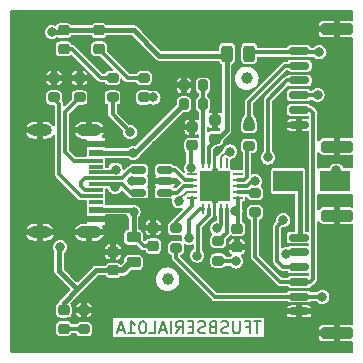
<source format=gbr>
%TF.GenerationSoftware,KiCad,Pcbnew,7.0.7-7.0.7~ubuntu23.04.1*%
%TF.CreationDate,2023-09-21T05:22:11+00:00*%
%TF.ProjectId,TFUSBSERIAL01,54465553-4253-4455-9249-414c30312e6b,REV*%
%TF.SameCoordinates,Original*%
%TF.FileFunction,Copper,L2,Bot*%
%TF.FilePolarity,Positive*%
%FSLAX46Y46*%
G04 Gerber Fmt 4.6, Leading zero omitted, Abs format (unit mm)*
G04 Created by KiCad (PCBNEW 7.0.7-7.0.7~ubuntu23.04.1) date 2023-09-21 05:22:11*
%MOMM*%
%LPD*%
G01*
G04 APERTURE LIST*
G04 Aperture macros list*
%AMRoundRect*
0 Rectangle with rounded corners*
0 $1 Rounding radius*
0 $2 $3 $4 $5 $6 $7 $8 $9 X,Y pos of 4 corners*
0 Add a 4 corners polygon primitive as box body*
4,1,4,$2,$3,$4,$5,$6,$7,$8,$9,$2,$3,0*
0 Add four circle primitives for the rounded corners*
1,1,$1+$1,$2,$3*
1,1,$1+$1,$4,$5*
1,1,$1+$1,$6,$7*
1,1,$1+$1,$8,$9*
0 Add four rect primitives between the rounded corners*
20,1,$1+$1,$2,$3,$4,$5,0*
20,1,$1+$1,$4,$5,$6,$7,0*
20,1,$1+$1,$6,$7,$8,$9,0*
20,1,$1+$1,$8,$9,$2,$3,0*%
G04 Aperture macros list end*
%ADD10C,0.200000*%
%TA.AperFunction,NonConductor*%
%ADD11C,0.200000*%
%TD*%
%TA.AperFunction,SMDPad,CuDef*%
%ADD12R,2.500000X1.800000*%
%TD*%
%TA.AperFunction,SMDPad,CuDef*%
%ADD13RoundRect,0.218750X0.256250X-0.218750X0.256250X0.218750X-0.256250X0.218750X-0.256250X-0.218750X0*%
%TD*%
%TA.AperFunction,SMDPad,CuDef*%
%ADD14RoundRect,0.225000X-0.250000X0.225000X-0.250000X-0.225000X0.250000X-0.225000X0.250000X0.225000X0*%
%TD*%
%TA.AperFunction,SMDPad,CuDef*%
%ADD15RoundRect,0.200000X-0.275000X0.200000X-0.275000X-0.200000X0.275000X-0.200000X0.275000X0.200000X0*%
%TD*%
%TA.AperFunction,SMDPad,CuDef*%
%ADD16RoundRect,0.225000X0.250000X-0.225000X0.250000X0.225000X-0.250000X0.225000X-0.250000X-0.225000X0*%
%TD*%
%TA.AperFunction,SMDPad,CuDef*%
%ADD17RoundRect,0.200000X0.275000X-0.200000X0.275000X0.200000X-0.275000X0.200000X-0.275000X-0.200000X0*%
%TD*%
%TA.AperFunction,SMDPad,CuDef*%
%ADD18RoundRect,0.218750X-0.381250X0.218750X-0.381250X-0.218750X0.381250X-0.218750X0.381250X0.218750X0*%
%TD*%
%TA.AperFunction,SMDPad,CuDef*%
%ADD19RoundRect,0.150000X-0.700000X0.150000X-0.700000X-0.150000X0.700000X-0.150000X0.700000X0.150000X0*%
%TD*%
%TA.AperFunction,SMDPad,CuDef*%
%ADD20RoundRect,0.250000X-1.100000X0.250000X-1.100000X-0.250000X1.100000X-0.250000X1.100000X0.250000X0*%
%TD*%
%TA.AperFunction,SMDPad,CuDef*%
%ADD21RoundRect,0.062500X0.062500X-0.350000X0.062500X0.350000X-0.062500X0.350000X-0.062500X-0.350000X0*%
%TD*%
%TA.AperFunction,SMDPad,CuDef*%
%ADD22RoundRect,0.062500X0.350000X-0.062500X0.350000X0.062500X-0.350000X0.062500X-0.350000X-0.062500X0*%
%TD*%
%TA.AperFunction,SMDPad,CuDef*%
%ADD23R,2.500000X2.500000*%
%TD*%
%TA.AperFunction,SMDPad,CuDef*%
%ADD24R,1.150000X0.600000*%
%TD*%
%TA.AperFunction,SMDPad,CuDef*%
%ADD25R,1.150000X0.300000*%
%TD*%
%TA.AperFunction,ComponentPad*%
%ADD26O,2.000000X1.000000*%
%TD*%
%TA.AperFunction,ComponentPad*%
%ADD27O,2.100000X1.050000*%
%TD*%
%TA.AperFunction,SMDPad,CuDef*%
%ADD28RoundRect,0.150000X0.512500X0.150000X-0.512500X0.150000X-0.512500X-0.150000X0.512500X-0.150000X0*%
%TD*%
%TA.AperFunction,SMDPad,CuDef*%
%ADD29RoundRect,0.243750X-0.243750X-0.456250X0.243750X-0.456250X0.243750X0.456250X-0.243750X0.456250X0*%
%TD*%
%TA.AperFunction,SMDPad,CuDef*%
%ADD30RoundRect,0.200000X-0.200000X-0.275000X0.200000X-0.275000X0.200000X0.275000X-0.200000X0.275000X0*%
%TD*%
%TA.AperFunction,SMDPad,CuDef*%
%ADD31C,1.000000*%
%TD*%
%TA.AperFunction,SMDPad,CuDef*%
%ADD32RoundRect,0.200000X0.200000X0.275000X-0.200000X0.275000X-0.200000X-0.275000X0.200000X-0.275000X0*%
%TD*%
%TA.AperFunction,ViaPad*%
%ADD33C,0.800000*%
%TD*%
%TA.AperFunction,Conductor*%
%ADD34C,0.200000*%
%TD*%
%TA.AperFunction,Conductor*%
%ADD35C,0.500000*%
%TD*%
%TA.AperFunction,Conductor*%
%ADD36C,0.400000*%
%TD*%
%TA.AperFunction,Conductor*%
%ADD37C,0.300000*%
%TD*%
G04 APERTURE END LIST*
D10*
D11*
X157295237Y-112167219D02*
X156723809Y-112167219D01*
X157009523Y-113167219D02*
X157009523Y-112167219D01*
X156057142Y-112643409D02*
X156390475Y-112643409D01*
X156390475Y-113167219D02*
X156390475Y-112167219D01*
X156390475Y-112167219D02*
X155914285Y-112167219D01*
X155533332Y-112167219D02*
X155533332Y-112976742D01*
X155533332Y-112976742D02*
X155485713Y-113071980D01*
X155485713Y-113071980D02*
X155438094Y-113119600D01*
X155438094Y-113119600D02*
X155342856Y-113167219D01*
X155342856Y-113167219D02*
X155152380Y-113167219D01*
X155152380Y-113167219D02*
X155057142Y-113119600D01*
X155057142Y-113119600D02*
X155009523Y-113071980D01*
X155009523Y-113071980D02*
X154961904Y-112976742D01*
X154961904Y-112976742D02*
X154961904Y-112167219D01*
X154533332Y-113119600D02*
X154390475Y-113167219D01*
X154390475Y-113167219D02*
X154152380Y-113167219D01*
X154152380Y-113167219D02*
X154057142Y-113119600D01*
X154057142Y-113119600D02*
X154009523Y-113071980D01*
X154009523Y-113071980D02*
X153961904Y-112976742D01*
X153961904Y-112976742D02*
X153961904Y-112881504D01*
X153961904Y-112881504D02*
X154009523Y-112786266D01*
X154009523Y-112786266D02*
X154057142Y-112738647D01*
X154057142Y-112738647D02*
X154152380Y-112691028D01*
X154152380Y-112691028D02*
X154342856Y-112643409D01*
X154342856Y-112643409D02*
X154438094Y-112595790D01*
X154438094Y-112595790D02*
X154485713Y-112548171D01*
X154485713Y-112548171D02*
X154533332Y-112452933D01*
X154533332Y-112452933D02*
X154533332Y-112357695D01*
X154533332Y-112357695D02*
X154485713Y-112262457D01*
X154485713Y-112262457D02*
X154438094Y-112214838D01*
X154438094Y-112214838D02*
X154342856Y-112167219D01*
X154342856Y-112167219D02*
X154104761Y-112167219D01*
X154104761Y-112167219D02*
X153961904Y-112214838D01*
X153199999Y-112643409D02*
X153057142Y-112691028D01*
X153057142Y-112691028D02*
X153009523Y-112738647D01*
X153009523Y-112738647D02*
X152961904Y-112833885D01*
X152961904Y-112833885D02*
X152961904Y-112976742D01*
X152961904Y-112976742D02*
X153009523Y-113071980D01*
X153009523Y-113071980D02*
X153057142Y-113119600D01*
X153057142Y-113119600D02*
X153152380Y-113167219D01*
X153152380Y-113167219D02*
X153533332Y-113167219D01*
X153533332Y-113167219D02*
X153533332Y-112167219D01*
X153533332Y-112167219D02*
X153199999Y-112167219D01*
X153199999Y-112167219D02*
X153104761Y-112214838D01*
X153104761Y-112214838D02*
X153057142Y-112262457D01*
X153057142Y-112262457D02*
X153009523Y-112357695D01*
X153009523Y-112357695D02*
X153009523Y-112452933D01*
X153009523Y-112452933D02*
X153057142Y-112548171D01*
X153057142Y-112548171D02*
X153104761Y-112595790D01*
X153104761Y-112595790D02*
X153199999Y-112643409D01*
X153199999Y-112643409D02*
X153533332Y-112643409D01*
X152580951Y-113119600D02*
X152438094Y-113167219D01*
X152438094Y-113167219D02*
X152199999Y-113167219D01*
X152199999Y-113167219D02*
X152104761Y-113119600D01*
X152104761Y-113119600D02*
X152057142Y-113071980D01*
X152057142Y-113071980D02*
X152009523Y-112976742D01*
X152009523Y-112976742D02*
X152009523Y-112881504D01*
X152009523Y-112881504D02*
X152057142Y-112786266D01*
X152057142Y-112786266D02*
X152104761Y-112738647D01*
X152104761Y-112738647D02*
X152199999Y-112691028D01*
X152199999Y-112691028D02*
X152390475Y-112643409D01*
X152390475Y-112643409D02*
X152485713Y-112595790D01*
X152485713Y-112595790D02*
X152533332Y-112548171D01*
X152533332Y-112548171D02*
X152580951Y-112452933D01*
X152580951Y-112452933D02*
X152580951Y-112357695D01*
X152580951Y-112357695D02*
X152533332Y-112262457D01*
X152533332Y-112262457D02*
X152485713Y-112214838D01*
X152485713Y-112214838D02*
X152390475Y-112167219D01*
X152390475Y-112167219D02*
X152152380Y-112167219D01*
X152152380Y-112167219D02*
X152009523Y-112214838D01*
X151580951Y-112643409D02*
X151247618Y-112643409D01*
X151104761Y-113167219D02*
X151580951Y-113167219D01*
X151580951Y-113167219D02*
X151580951Y-112167219D01*
X151580951Y-112167219D02*
X151104761Y-112167219D01*
X150104761Y-113167219D02*
X150438094Y-112691028D01*
X150676189Y-113167219D02*
X150676189Y-112167219D01*
X150676189Y-112167219D02*
X150295237Y-112167219D01*
X150295237Y-112167219D02*
X150199999Y-112214838D01*
X150199999Y-112214838D02*
X150152380Y-112262457D01*
X150152380Y-112262457D02*
X150104761Y-112357695D01*
X150104761Y-112357695D02*
X150104761Y-112500552D01*
X150104761Y-112500552D02*
X150152380Y-112595790D01*
X150152380Y-112595790D02*
X150199999Y-112643409D01*
X150199999Y-112643409D02*
X150295237Y-112691028D01*
X150295237Y-112691028D02*
X150676189Y-112691028D01*
X149676189Y-113167219D02*
X149676189Y-112167219D01*
X149247618Y-112881504D02*
X148771428Y-112881504D01*
X149342856Y-113167219D02*
X149009523Y-112167219D01*
X149009523Y-112167219D02*
X148676190Y-113167219D01*
X147866666Y-113167219D02*
X148342856Y-113167219D01*
X148342856Y-113167219D02*
X148342856Y-112167219D01*
X147342856Y-112167219D02*
X147247618Y-112167219D01*
X147247618Y-112167219D02*
X147152380Y-112214838D01*
X147152380Y-112214838D02*
X147104761Y-112262457D01*
X147104761Y-112262457D02*
X147057142Y-112357695D01*
X147057142Y-112357695D02*
X147009523Y-112548171D01*
X147009523Y-112548171D02*
X147009523Y-112786266D01*
X147009523Y-112786266D02*
X147057142Y-112976742D01*
X147057142Y-112976742D02*
X147104761Y-113071980D01*
X147104761Y-113071980D02*
X147152380Y-113119600D01*
X147152380Y-113119600D02*
X147247618Y-113167219D01*
X147247618Y-113167219D02*
X147342856Y-113167219D01*
X147342856Y-113167219D02*
X147438094Y-113119600D01*
X147438094Y-113119600D02*
X147485713Y-113071980D01*
X147485713Y-113071980D02*
X147533332Y-112976742D01*
X147533332Y-112976742D02*
X147580951Y-112786266D01*
X147580951Y-112786266D02*
X147580951Y-112548171D01*
X147580951Y-112548171D02*
X147533332Y-112357695D01*
X147533332Y-112357695D02*
X147485713Y-112262457D01*
X147485713Y-112262457D02*
X147438094Y-112214838D01*
X147438094Y-112214838D02*
X147342856Y-112167219D01*
X146057142Y-113167219D02*
X146628570Y-113167219D01*
X146342856Y-113167219D02*
X146342856Y-112167219D01*
X146342856Y-112167219D02*
X146438094Y-112310076D01*
X146438094Y-112310076D02*
X146533332Y-112405314D01*
X146533332Y-112405314D02*
X146628570Y-112452933D01*
X145676189Y-112881504D02*
X145199999Y-112881504D01*
X145771427Y-113167219D02*
X145438094Y-112167219D01*
X145438094Y-112167219D02*
X145104761Y-113167219D01*
D12*
%TO.P,D1,1,K*%
%TO.N,Net-(D1-K)*%
X159600000Y-100300000D03*
%TO.P,D1,2,A*%
%TO.N,Net-(D1-A)*%
X163600000Y-100300000D03*
%TD*%
D13*
%TO.P,D3,1,K*%
%TO.N,Net-(D3-K)*%
X140594000Y-89104500D03*
%TO.P,D3,2,A*%
%TO.N,+5V*%
X140594000Y-87529500D03*
%TD*%
D14*
%TO.P,C5,1*%
%TO.N,Net-(U2-3V3OUT)*%
X155300000Y-104325000D03*
%TO.P,C5,2*%
%TO.N,GND*%
X155300000Y-105875000D03*
%TD*%
D13*
%TO.P,D4,1,K*%
%TO.N,Net-(D4-K)*%
X140600000Y-112787500D03*
%TO.P,D4,2,A*%
%TO.N,+5V*%
X140600000Y-111212500D03*
%TD*%
D15*
%TO.P,R5,1*%
%TO.N,Net-(D2-K)*%
X147405000Y-91568000D03*
%TO.P,R5,2*%
%TO.N,/RXLED{slash}CBUS1*%
X147405000Y-93218000D03*
%TD*%
%TO.P,R6,1*%
%TO.N,Net-(D3-K)*%
X144738000Y-91569000D03*
%TO.P,R6,2*%
%TO.N,/TXLED{slash}CBUS2*%
X144738000Y-93219000D03*
%TD*%
D16*
%TO.P,C2,1*%
%TO.N,Net-(U2-3V3OUT)*%
X151500000Y-97275000D03*
%TO.P,C2,2*%
%TO.N,GND*%
X151500000Y-95725000D03*
%TD*%
D17*
%TO.P,R7,1*%
%TO.N,Net-(D4-K)*%
X142300000Y-112850000D03*
%TO.P,R7,2*%
%TO.N,GND*%
X142300000Y-111200000D03*
%TD*%
D18*
%TO.P,FB1,1*%
%TO.N,/VBUS*%
X146516000Y-105037500D03*
%TO.P,FB1,2*%
%TO.N,+5V*%
X146516000Y-107162500D03*
%TD*%
D19*
%TO.P,J2,1*%
%TO.N,Net-(D1-A)*%
X160541000Y-89275000D03*
%TO.P,J2,2*%
%TO.N,/TXD*%
X160541000Y-90525000D03*
%TO.P,J2,3*%
%TO.N,/RXD*%
X160541000Y-91775000D03*
%TO.P,J2,4*%
%TO.N,/#CTS*%
X160541000Y-93025000D03*
%TO.P,J2,5*%
%TO.N,/#RTS*%
X160541000Y-94275000D03*
%TO.P,J2,6*%
%TO.N,GND*%
X160541000Y-95525000D03*
D20*
%TO.P,J2,MP*%
X163741000Y-87425000D03*
X163741000Y-97375000D03*
%TD*%
D21*
%TO.P,U2,1,RXD*%
%TO.N,Net-(U2-RXD)*%
X154400000Y-102637500D03*
%TO.P,U2,2,~{RI}*%
%TO.N,Net-(U2-~{RI})*%
X153900000Y-102637500D03*
%TO.P,U2,3,GND*%
%TO.N,GND*%
X153400000Y-102637500D03*
%TO.P,U2,4,~{DSR}*%
%TO.N,Net-(U2-~{DSR})*%
X152900000Y-102637500D03*
%TO.P,U2,5,~{DCD}*%
%TO.N,Net-(U2-~{DCD})*%
X152400000Y-102637500D03*
D22*
%TO.P,U2,6,~{CTS}*%
%TO.N,Net-(U2-~{CTS})*%
X151462500Y-101700000D03*
%TO.P,U2,7,CBUS2*%
%TO.N,/TXLED{slash}CBUS2*%
X151462500Y-101200000D03*
%TO.P,U2,8,USBDP*%
%TO.N,/DP*%
X151462500Y-100700000D03*
%TO.P,U2,9,USBDM*%
%TO.N,/DM*%
X151462500Y-100200000D03*
%TO.P,U2,10,3V3OUT*%
%TO.N,Net-(U2-3V3OUT)*%
X151462500Y-99700000D03*
D21*
%TO.P,U2,11,~{RESET}*%
%TO.N,Net-(U2-~{RESET})*%
X152400000Y-98762500D03*
%TO.P,U2,12,VCC*%
%TO.N,+5V*%
X152900000Y-98762500D03*
%TO.P,U2,13,GND*%
%TO.N,GND*%
X153400000Y-98762500D03*
%TO.P,U2,14,CBUS1*%
%TO.N,/RXLED{slash}CBUS1*%
X153900000Y-98762500D03*
%TO.P,U2,15,CBUS0*%
%TO.N,unconnected-(U2-CBUS0-Pad15)*%
X154400000Y-98762500D03*
D22*
%TO.P,U2,16,CBUS3*%
%TO.N,unconnected-(U2-CBUS3-Pad16)*%
X155337500Y-99700000D03*
%TO.P,U2,17,TXD*%
%TO.N,Net-(U2-TXD)*%
X155337500Y-100200000D03*
%TO.P,U2,18,~{DTR}*%
%TO.N,Net-(U2-~{DTR})*%
X155337500Y-100700000D03*
%TO.P,U2,19,~{RTS}*%
%TO.N,Net-(U2-~{RTS})*%
X155337500Y-101200000D03*
%TO.P,U2,20,VCCIO*%
%TO.N,Net-(U2-3V3OUT)*%
X155337500Y-101700000D03*
D23*
%TO.P,U2,21,GND*%
%TO.N,GND*%
X153400000Y-100700000D03*
%TD*%
D15*
%TO.P,R9,1*%
%TO.N,Net-(U2-RXD)*%
X153700000Y-105375000D03*
%TO.P,R9,2*%
%TO.N,/RXD*%
X153700000Y-107025000D03*
%TD*%
D17*
%TO.P,R2,1*%
%TO.N,Net-(J1-CC2)*%
X141944000Y-93218000D03*
%TO.P,R2,2*%
%TO.N,GND*%
X141944000Y-91568000D03*
%TD*%
D16*
%TO.P,C1,1*%
%TO.N,/VBUS*%
X148200000Y-105800000D03*
%TO.P,C1,2*%
%TO.N,GND*%
X148200000Y-104250000D03*
%TD*%
%TO.P,C3,1*%
%TO.N,+5V*%
X144800000Y-107850000D03*
%TO.P,C3,2*%
%TO.N,GND*%
X144800000Y-106300000D03*
%TD*%
D24*
%TO.P,J1,A1/B12,GND*%
%TO.N,GND*%
X143346200Y-103517000D03*
%TO.P,J1,A4/B9,VBUS*%
%TO.N,/VBUS*%
X143346200Y-102717000D03*
D25*
%TO.P,J1,A5,CC1*%
%TO.N,Net-(J1-CC1)*%
X143346200Y-101567000D03*
%TO.P,J1,A6,D+*%
%TO.N,/D+*%
X143346200Y-100567000D03*
%TO.P,J1,A7,D-*%
%TO.N,/D-*%
X143346200Y-100067000D03*
%TO.P,J1,A8,SBU1*%
%TO.N,unconnected-(J1-SBU1-PadA8)*%
X143346200Y-99067000D03*
D24*
%TO.P,J1,B1/A12,GND*%
%TO.N,GND*%
X143346200Y-97117000D03*
%TO.P,J1,B4/A9,VBUS*%
%TO.N,/VBUS*%
X143346200Y-97917000D03*
D25*
%TO.P,J1,B5,CC2*%
%TO.N,Net-(J1-CC2)*%
X143346200Y-98567000D03*
%TO.P,J1,B6,D+*%
%TO.N,/D+*%
X143346200Y-99567000D03*
%TO.P,J1,B7,D-*%
%TO.N,/D-*%
X143346200Y-101067000D03*
%TO.P,J1,B8,SBU2*%
%TO.N,unconnected-(J1-SBU2-PadB8)*%
X143346200Y-102067000D03*
D26*
%TO.P,J1,G1,SHIELD*%
%TO.N,GND*%
X138591200Y-104637000D03*
%TO.P,J1,G2,SHIELD*%
X138591200Y-95997000D03*
D27*
%TO.P,J1,G3,SHIELD*%
X142771200Y-104637000D03*
%TO.P,J1,G4,SHIELD*%
X142771200Y-95997000D03*
%TD*%
D28*
%TO.P,U1,1,I/O1*%
%TO.N,/DM*%
X149175000Y-99367000D03*
%TO.P,U1,2,GND*%
%TO.N,GND*%
X149175000Y-100317000D03*
%TO.P,U1,3,I/O2*%
%TO.N,/DP*%
X149175000Y-101267000D03*
%TO.P,U1,4,I/O2*%
%TO.N,/D+*%
X146900000Y-101267000D03*
%TO.P,U1,5,VBUS*%
%TO.N,/VBUS*%
X146900000Y-100317000D03*
%TO.P,U1,6,I/O1*%
%TO.N,/D-*%
X146900000Y-99367000D03*
%TD*%
D29*
%TO.P,F1,1*%
%TO.N,+5V*%
X154425000Y-89500000D03*
%TO.P,F1,2*%
%TO.N,Net-(D1-A)*%
X156300000Y-89500000D03*
%TD*%
D15*
%TO.P,R10,1*%
%TO.N,Net-(U2-~{RTS})*%
X156800000Y-101300000D03*
%TO.P,R10,2*%
%TO.N,/#RTS*%
X156800000Y-102950000D03*
%TD*%
D17*
%TO.P,R1,1*%
%TO.N,Net-(J1-CC1)*%
X139785000Y-93218000D03*
%TO.P,R1,2*%
%TO.N,GND*%
X139785000Y-91568000D03*
%TD*%
D15*
%TO.P,R11,1*%
%TO.N,Net-(U2-~{CTS})*%
X150100000Y-104300000D03*
%TO.P,R11,2*%
%TO.N,/#CTS*%
X150100000Y-105950000D03*
%TD*%
D16*
%TO.P,C4,1*%
%TO.N,+5V*%
X153400000Y-96700000D03*
%TO.P,C4,2*%
%TO.N,GND*%
X153400000Y-95150000D03*
%TD*%
D30*
%TO.P,R3,1*%
%TO.N,/VBUS*%
X150771000Y-93800000D03*
%TO.P,R3,2*%
%TO.N,Net-(U2-~{RESET})*%
X152421000Y-93800000D03*
%TD*%
D13*
%TO.P,D2,1,K*%
%TO.N,Net-(D2-K)*%
X143594000Y-89104500D03*
%TO.P,D2,2,A*%
%TO.N,+5V*%
X143594000Y-87529500D03*
%TD*%
D17*
%TO.P,R8,1*%
%TO.N,Net-(U2-TXD)*%
X156300000Y-97300000D03*
%TO.P,R8,2*%
%TO.N,/TXD*%
X156300000Y-95650000D03*
%TD*%
D19*
%TO.P,J3,1*%
%TO.N,Net-(D1-K)*%
X160541000Y-105075000D03*
%TO.P,J3,2*%
%TO.N,/RXD*%
X160541000Y-106325000D03*
%TO.P,J3,3*%
%TO.N,/TXD*%
X160541000Y-107575000D03*
%TO.P,J3,4*%
%TO.N,/#RTS*%
X160541000Y-108825000D03*
%TO.P,J3,5*%
%TO.N,/#CTS*%
X160541000Y-110075000D03*
%TO.P,J3,6*%
%TO.N,GND*%
X160541000Y-111325000D03*
D20*
%TO.P,J3,MP*%
X163741000Y-103225000D03*
X163741000Y-113175000D03*
%TD*%
D31*
%TO.P,FID1,*%
%TO.N,*%
X149400000Y-108600000D03*
%TD*%
D32*
%TO.P,R4,1*%
%TO.N,Net-(U2-~{RESET})*%
X152421000Y-92203000D03*
%TO.P,R4,2*%
%TO.N,GND*%
X150771000Y-92203000D03*
%TD*%
D31*
%TO.P,FID2,*%
%TO.N,*%
X156100000Y-91600000D03*
%TD*%
D33*
%TO.N,GND*%
X148040000Y-102871000D03*
X151047000Y-86800000D03*
X162391000Y-86361000D03*
X137626000Y-89663000D03*
X160500000Y-112400000D03*
X144600000Y-95800000D03*
X154349000Y-86800000D03*
X163153000Y-114301000D03*
X163534000Y-86361000D03*
X155400000Y-108200000D03*
X137753000Y-112015000D03*
X164550000Y-86361000D03*
X137753000Y-107697000D03*
X145246000Y-96775000D03*
X137626000Y-92838000D03*
X148441809Y-97259855D03*
X156000000Y-86800000D03*
X155100000Y-111400000D03*
X145119000Y-104141000D03*
X146200000Y-90400000D03*
X154900000Y-96600000D03*
X160994000Y-114301000D03*
X144992000Y-110110000D03*
X152698000Y-86800000D03*
X137753000Y-109475000D03*
X155200000Y-98800000D03*
X145700000Y-114100000D03*
X137626000Y-91314000D03*
X162137000Y-114301000D03*
X161248000Y-86361000D03*
X164296000Y-114301000D03*
X143300000Y-92400000D03*
X147400000Y-95700000D03*
%TO.N,Net-(U2-3V3OUT)*%
X151400000Y-99200000D03*
X155149500Y-102800000D03*
%TO.N,Net-(D1-A)*%
X162255000Y-89400000D03*
X163700000Y-99400000D03*
%TO.N,/VBUS*%
X146516000Y-102900000D03*
X146359954Y-100300000D03*
X146500000Y-97917000D03*
%TO.N,/D+*%
X144992000Y-99317500D03*
X144974000Y-100816500D03*
%TO.N,/TXD*%
X156300000Y-95200000D03*
X159200000Y-103600000D03*
%TO.N,/RXD*%
X159400000Y-106500000D03*
X155200000Y-107100000D03*
X157900000Y-98300000D03*
%TO.N,/#CTS*%
X162500000Y-110100000D03*
X162100000Y-93000000D03*
%TO.N,/RXLED{slash}CBUS1*%
X148200000Y-93218000D03*
X154701832Y-97795277D03*
%TO.N,/TXLED{slash}CBUS2*%
X150400000Y-102000000D03*
X146250000Y-96150000D03*
%TO.N,+5V*%
X140300000Y-105900000D03*
X139600000Y-87700000D03*
%TO.N,Net-(U2-~{RI})*%
X153600000Y-104300000D03*
%TO.N,Net-(U2-~{DSR})*%
X151900000Y-106600000D03*
%TO.N,Net-(U2-~{DCD})*%
X151200000Y-105100000D03*
%TO.N,Net-(U2-~{DTR})*%
X156800000Y-100300000D03*
%TD*%
D34*
%TO.N,GND*%
X152960500Y-101317000D02*
X152960500Y-101389500D01*
D35*
%TO.N,Net-(D1-K)*%
X160600000Y-105016000D02*
X160541000Y-105075000D01*
D36*
X160600000Y-101142000D02*
X160600000Y-104858000D01*
D37*
%TO.N,Net-(U2-3V3OUT)*%
X151342000Y-99142000D02*
X151342000Y-97300000D01*
X155337500Y-101700000D02*
X155337500Y-103887500D01*
X151400000Y-99200000D02*
X151342000Y-99142000D01*
%TO.N,Net-(D1-A)*%
X162255000Y-89400000D02*
X156400000Y-89400000D01*
X156400000Y-89400000D02*
X156300000Y-89500000D01*
D36*
%TO.N,/VBUS*%
X146333000Y-102717000D02*
X143346200Y-102717000D01*
X146654000Y-97917000D02*
X150771000Y-93800000D01*
X146516000Y-102900000D02*
X146333000Y-102717000D01*
X146500000Y-97917000D02*
X143346200Y-97917000D01*
D37*
X146516000Y-105037500D02*
X146637500Y-105037500D01*
X146637500Y-105037500D02*
X147400000Y-105800000D01*
D36*
X146516000Y-104903000D02*
X146516000Y-102900000D01*
X146500000Y-97917000D02*
X146654000Y-97917000D01*
D37*
X147400000Y-105800000D02*
X148200000Y-105800000D01*
%TO.N,Net-(D2-K)*%
X146032500Y-91568000D02*
X147405000Y-91568000D01*
X143594000Y-89129500D02*
X146032500Y-91568000D01*
%TO.N,/D+*%
X143346200Y-99567000D02*
X144742500Y-99567000D01*
X146900000Y-101267000D02*
X146267000Y-101267000D01*
X143346200Y-100567000D02*
X145010000Y-100567000D01*
X144974000Y-100816500D02*
X144974000Y-100603000D01*
X145567000Y-100567000D02*
X145010000Y-100567000D01*
X144974000Y-100603000D02*
X145010000Y-100567000D01*
X144742500Y-99567000D02*
X144992000Y-99317500D01*
X146267000Y-101267000D02*
X145567000Y-100567000D01*
%TO.N,/D-*%
X146698000Y-99367000D02*
X146233000Y-99367000D01*
X142421200Y-101067000D02*
X142100000Y-100745800D01*
X143346200Y-101067000D02*
X142421200Y-101067000D01*
X145533000Y-100067000D02*
X143346200Y-100067000D01*
X142100000Y-100745800D02*
X142100000Y-100388200D01*
X142421200Y-100067000D02*
X143346200Y-100067000D01*
X142100000Y-100388200D02*
X142421200Y-100067000D01*
X146233000Y-99367000D02*
X145533000Y-100067000D01*
X147041000Y-99508000D02*
X146900000Y-99367000D01*
%TO.N,Net-(D3-K)*%
X144738000Y-91569000D02*
X143769000Y-91569000D01*
X143769000Y-91569000D02*
X141329500Y-89129500D01*
X141329500Y-89129500D02*
X140594000Y-89129500D01*
%TO.N,Net-(J1-CC1)*%
X139785000Y-93346000D02*
X140200000Y-93761000D01*
X140200000Y-93761000D02*
X140200000Y-99700000D01*
X142067000Y-101567000D02*
X143346200Y-101567000D01*
X139940720Y-93373720D02*
X139785000Y-93218000D01*
X140200000Y-99700000D02*
X142067000Y-101567000D01*
X139785000Y-93218000D02*
X139785000Y-93346000D01*
%TO.N,/TXD*%
X159375000Y-90525000D02*
X160124000Y-90525000D01*
X158650000Y-107030330D02*
X159194670Y-107575000D01*
X156300000Y-95200000D02*
X156300000Y-93600000D01*
X156300000Y-93600000D02*
X159375000Y-90525000D01*
X159194670Y-107575000D02*
X160541000Y-107575000D01*
X158650000Y-104150000D02*
X158650000Y-107030330D01*
X159200000Y-103600000D02*
X158650000Y-104150000D01*
%TO.N,/RXD*%
X157900000Y-93400000D02*
X159525000Y-91775000D01*
X155200000Y-107100000D02*
X153775000Y-107100000D01*
X159525000Y-91775000D02*
X160124000Y-91775000D01*
X153775000Y-107100000D02*
X153700000Y-107025000D01*
X157900000Y-98300000D02*
X157900000Y-93400000D01*
%TO.N,/#RTS*%
X158925000Y-108825000D02*
X156800000Y-106700000D01*
X160541000Y-108825000D02*
X158925000Y-108825000D01*
X161741000Y-94541000D02*
X161741000Y-108559000D01*
X161741000Y-108559000D02*
X161475000Y-108825000D01*
X161475000Y-108825000D02*
X160541000Y-108825000D01*
X156800000Y-106700000D02*
X156800000Y-102950000D01*
X161475000Y-94275000D02*
X161741000Y-94541000D01*
X160848107Y-94275000D02*
X161475000Y-94275000D01*
%TO.N,/#CTS*%
X162475000Y-110075000D02*
X162500000Y-110100000D01*
X162075000Y-93025000D02*
X160958000Y-93025000D01*
X160541000Y-110075000D02*
X162475000Y-110075000D01*
X150100000Y-105950000D02*
X150100000Y-106800000D01*
X162100000Y-93000000D02*
X162075000Y-93025000D01*
X153400000Y-110100000D02*
X160516000Y-110100000D01*
X150100000Y-106800000D02*
X153400000Y-110100000D01*
X160516000Y-110100000D02*
X160541000Y-110075000D01*
D34*
%TO.N,/RXLED{slash}CBUS1*%
X154701832Y-97795277D02*
X154404723Y-97795277D01*
D37*
X148200000Y-93218000D02*
X147405000Y-93218000D01*
D34*
X153900000Y-98300000D02*
X153900000Y-98762500D01*
X154404723Y-97795277D02*
X153900000Y-98300000D01*
%TO.N,/TXLED{slash}CBUS2*%
X151037348Y-101200000D02*
X150400000Y-101837348D01*
D37*
X144738000Y-94638000D02*
X144738000Y-93219000D01*
D34*
X150207770Y-102192230D02*
X150207770Y-102300000D01*
X150400000Y-102000000D02*
X150207770Y-102192230D01*
D37*
X146250000Y-96150000D02*
X144738000Y-94638000D01*
D34*
X151462500Y-101200000D02*
X151037348Y-101200000D01*
X150400000Y-101837348D02*
X150400000Y-102000000D01*
D37*
%TO.N,/DM*%
X150000319Y-99367000D02*
X149175000Y-99367000D01*
X150833319Y-100200000D02*
X150000319Y-99367000D01*
X151462500Y-100200000D02*
X150833319Y-100200000D01*
%TO.N,/DP*%
X150233000Y-101267000D02*
X149175000Y-101267000D01*
X151462500Y-100700000D02*
X150800000Y-100700000D01*
X150800000Y-100700000D02*
X150233000Y-101267000D01*
%TO.N,Net-(J1-CC2)*%
X140700000Y-97817000D02*
X140700000Y-94462000D01*
X141450000Y-98567000D02*
X140700000Y-97817000D01*
X143346200Y-98567000D02*
X141450000Y-98567000D01*
X140700000Y-94462000D02*
X141944000Y-93218000D01*
%TO.N,Net-(U2-~{RESET})*%
X152400000Y-94256000D02*
X152400000Y-98762500D01*
X152421000Y-94235000D02*
X152400000Y-94256000D01*
X152421000Y-94235000D02*
X152421000Y-92203000D01*
%TO.N,Net-(U2-TXD)*%
X155337500Y-100200000D02*
X155833363Y-100200000D01*
X156100000Y-99933363D02*
X156100000Y-97500000D01*
X156100000Y-97500000D02*
X156300000Y-97300000D01*
X155833363Y-100200000D02*
X156100000Y-99933363D01*
%TO.N,Net-(U2-RXD)*%
X154400000Y-102637500D02*
X154400000Y-104675000D01*
X154400000Y-104675000D02*
X153700000Y-105375000D01*
%TO.N,Net-(U2-~{RTS})*%
X156700000Y-101200000D02*
X156800000Y-101100000D01*
X155337500Y-101200000D02*
X156700000Y-101200000D01*
D36*
%TO.N,+5V*%
X140200000Y-107900000D02*
X140200000Y-106000000D01*
D37*
X152900000Y-97450000D02*
X153400000Y-96950000D01*
D35*
X146337500Y-107162500D02*
X146516000Y-107162500D01*
X145650000Y-107850000D02*
X146337500Y-107162500D01*
D36*
X139600000Y-87700000D02*
X140423500Y-87700000D01*
X154233000Y-89692000D02*
X148703000Y-89692000D01*
D37*
X152900000Y-98762500D02*
X152900000Y-97450000D01*
D36*
X154425000Y-89500000D02*
X154233000Y-89692000D01*
X154400000Y-95950000D02*
X154400000Y-89721000D01*
X146515500Y-87504500D02*
X140594000Y-87504500D01*
X141750000Y-109450000D02*
X140600000Y-110600000D01*
X140600000Y-110600000D02*
X140600000Y-111212500D01*
X153400000Y-96950000D02*
X154400000Y-95950000D01*
X144800000Y-107850000D02*
X143350000Y-107850000D01*
X143350000Y-107850000D02*
X141750000Y-109450000D01*
X140423500Y-87700000D02*
X140594000Y-87529500D01*
X140200000Y-106000000D02*
X140300000Y-105900000D01*
X141750000Y-109450000D02*
X140200000Y-107900000D01*
D35*
X144800000Y-107850000D02*
X145650000Y-107850000D01*
D36*
X148703000Y-89692000D02*
X146515500Y-87504500D01*
D37*
%TO.N,Net-(U2-~{CTS})*%
X151462500Y-102437500D02*
X150100000Y-103800000D01*
X151462500Y-101700000D02*
X151462500Y-102437500D01*
X150100000Y-103800000D02*
X150100000Y-104300000D01*
%TO.N,Net-(D4-K)*%
X142237500Y-112787500D02*
X142300000Y-112850000D01*
X140600000Y-112787500D02*
X142237500Y-112787500D01*
%TO.N,Net-(U2-~{RI})*%
X153900000Y-104000000D02*
X153600000Y-104300000D01*
X153900000Y-102637500D02*
X153900000Y-104000000D01*
%TO.N,Net-(U2-~{DSR})*%
X152900000Y-103133363D02*
X152900000Y-102637500D01*
X151950000Y-106550000D02*
X151950000Y-104083363D01*
X151950000Y-104083363D02*
X152900000Y-103133363D01*
X151900000Y-106600000D02*
X151950000Y-106550000D01*
%TO.N,Net-(U2-~{DCD})*%
X152162500Y-102637500D02*
X151200000Y-103600000D01*
X152400000Y-102637500D02*
X152162500Y-102637500D01*
X151200000Y-103600000D02*
X151200000Y-105100000D01*
%TO.N,Net-(U2-~{DTR})*%
X156800000Y-100300000D02*
X156547183Y-100300000D01*
X156547183Y-100300000D02*
X156147183Y-100700000D01*
X156147183Y-100700000D02*
X155337500Y-100700000D01*
%TD*%
%TA.AperFunction,Conductor*%
%TO.N,GND*%
G36*
X165052691Y-85836407D02*
G01*
X165088655Y-85885907D01*
X165093500Y-85916500D01*
X165093500Y-86647072D01*
X165074593Y-86705263D01*
X165025093Y-86741227D01*
X164963907Y-86741227D01*
X164961804Y-86740517D01*
X164925603Y-86727850D01*
X164895211Y-86725000D01*
X163995001Y-86725000D01*
X163995000Y-86725001D01*
X163995000Y-88124998D01*
X163995001Y-88124999D01*
X164895203Y-88124999D01*
X164925600Y-88122149D01*
X164925606Y-88122148D01*
X164961802Y-88109483D01*
X165022972Y-88108110D01*
X165073267Y-88142954D01*
X165093475Y-88200705D01*
X165093500Y-88202927D01*
X165093500Y-96597072D01*
X165074593Y-96655263D01*
X165025093Y-96691227D01*
X164963907Y-96691227D01*
X164961804Y-96690517D01*
X164925603Y-96677850D01*
X164895211Y-96675000D01*
X163995001Y-96675000D01*
X163995000Y-96675001D01*
X163995000Y-98074998D01*
X163995001Y-98074999D01*
X164895203Y-98074999D01*
X164925600Y-98072149D01*
X164925606Y-98072148D01*
X164961802Y-98059483D01*
X165022972Y-98058110D01*
X165073267Y-98092954D01*
X165093475Y-98150705D01*
X165093500Y-98152927D01*
X165093500Y-99136346D01*
X165074593Y-99194537D01*
X165025093Y-99230501D01*
X164963907Y-99230501D01*
X164939499Y-99218662D01*
X164928233Y-99211134D01*
X164928231Y-99211133D01*
X164928228Y-99211132D01*
X164928227Y-99211132D01*
X164869758Y-99199501D01*
X164869748Y-99199500D01*
X164869747Y-99199500D01*
X164333077Y-99199500D01*
X164274886Y-99180593D01*
X164241613Y-99138386D01*
X164235522Y-99123682D01*
X164224536Y-99097159D01*
X164224535Y-99097158D01*
X164224535Y-99097157D01*
X164128286Y-98971723D01*
X164128285Y-98971722D01*
X164128282Y-98971718D01*
X164128277Y-98971714D01*
X164128276Y-98971713D01*
X164042222Y-98905682D01*
X164002841Y-98875464D01*
X164002840Y-98875463D01*
X164002838Y-98875462D01*
X163856766Y-98814957D01*
X163856758Y-98814955D01*
X163700001Y-98794318D01*
X163699999Y-98794318D01*
X163543241Y-98814955D01*
X163543233Y-98814957D01*
X163397161Y-98875462D01*
X163397160Y-98875462D01*
X163271723Y-98971713D01*
X163271713Y-98971723D01*
X163175464Y-99097157D01*
X163175463Y-99097160D01*
X163158387Y-99138386D01*
X163118650Y-99184912D01*
X163066923Y-99199500D01*
X162330252Y-99199500D01*
X162330251Y-99199500D01*
X162330241Y-99199501D01*
X162271772Y-99211132D01*
X162271763Y-99211135D01*
X162245501Y-99228684D01*
X162186613Y-99245293D01*
X162129210Y-99224115D01*
X162095217Y-99173242D01*
X162091500Y-99146369D01*
X162091500Y-97939116D01*
X162110407Y-97880925D01*
X162159907Y-97844961D01*
X162221093Y-97844961D01*
X162270155Y-97880328D01*
X162319204Y-97946787D01*
X162319209Y-97946792D01*
X162428352Y-98027345D01*
X162556398Y-98072149D01*
X162586789Y-98074999D01*
X163486998Y-98074999D01*
X163487000Y-98074997D01*
X163487000Y-96675001D01*
X163486999Y-96675000D01*
X162586796Y-96675000D01*
X162556399Y-96677850D01*
X162556397Y-96677850D01*
X162428352Y-96722654D01*
X162319209Y-96803207D01*
X162319207Y-96803209D01*
X162270155Y-96869672D01*
X162220387Y-96905264D01*
X162159203Y-96904806D01*
X162109974Y-96868472D01*
X162091500Y-96810883D01*
X162091500Y-94587618D01*
X162093607Y-94567302D01*
X162095412Y-94558692D01*
X162096043Y-94555685D01*
X162091879Y-94522288D01*
X162091500Y-94516162D01*
X162091500Y-94511959D01*
X162087912Y-94490459D01*
X162086047Y-94475498D01*
X162081573Y-94439607D01*
X162081572Y-94439605D01*
X162081572Y-94439603D01*
X162079479Y-94432575D01*
X162077091Y-94425616D01*
X162052704Y-94380554D01*
X162030198Y-94334515D01*
X162025948Y-94328562D01*
X162021418Y-94322742D01*
X161983724Y-94288041D01*
X161755801Y-94060119D01*
X161742925Y-94044262D01*
X161736437Y-94034331D01*
X161709885Y-94013665D01*
X161705283Y-94009601D01*
X161702307Y-94006625D01*
X161684560Y-93993954D01*
X161644128Y-93962484D01*
X161637677Y-93958993D01*
X161631068Y-93955761D01*
X161631066Y-93955760D01*
X161581954Y-93941138D01*
X161573232Y-93938144D01*
X161559249Y-93933343D01*
X161521394Y-93909713D01*
X161447483Y-93835802D01*
X161422691Y-93823682D01*
X161342395Y-93784427D01*
X161315139Y-93780456D01*
X161274260Y-93774500D01*
X159807740Y-93774500D01*
X159773673Y-93779463D01*
X159739604Y-93784427D01*
X159634518Y-93835801D01*
X159551801Y-93918518D01*
X159500427Y-94023604D01*
X159496165Y-94052861D01*
X159490500Y-94091740D01*
X159490500Y-94458260D01*
X159495535Y-94492817D01*
X159500427Y-94526395D01*
X159531521Y-94589998D01*
X159551802Y-94631483D01*
X159634517Y-94714198D01*
X159686044Y-94739388D01*
X159739604Y-94765572D01*
X159739605Y-94765572D01*
X159739607Y-94765573D01*
X159807740Y-94775500D01*
X159807743Y-94775500D01*
X161274257Y-94775500D01*
X161274260Y-94775500D01*
X161277222Y-94775068D01*
X161337531Y-94785385D01*
X161380258Y-94829180D01*
X161390500Y-94873033D01*
X161390500Y-94927472D01*
X161371593Y-94985663D01*
X161322093Y-95021627D01*
X161277236Y-95025439D01*
X161274224Y-95025000D01*
X160795001Y-95025000D01*
X160795000Y-95025001D01*
X160795000Y-96024998D01*
X160795001Y-96024999D01*
X161274213Y-96024999D01*
X161274214Y-96024998D01*
X161277227Y-96024560D01*
X161337536Y-96034881D01*
X161380260Y-96078679D01*
X161390500Y-96122526D01*
X161390500Y-104476966D01*
X161371593Y-104535157D01*
X161322093Y-104571121D01*
X161277236Y-104574933D01*
X161274265Y-104574500D01*
X161274260Y-104574500D01*
X161099500Y-104574500D01*
X161041309Y-104555593D01*
X161005345Y-104506093D01*
X161000500Y-104475500D01*
X161000500Y-101365681D01*
X161017184Y-101310681D01*
X161038867Y-101278231D01*
X161050500Y-101219748D01*
X161050500Y-99380252D01*
X161038867Y-99321769D01*
X161036014Y-99317500D01*
X160994554Y-99255451D01*
X160994552Y-99255448D01*
X160992382Y-99253998D01*
X160928233Y-99211134D01*
X160928231Y-99211133D01*
X160928228Y-99211132D01*
X160928227Y-99211132D01*
X160869758Y-99199501D01*
X160869748Y-99199500D01*
X158330252Y-99199500D01*
X158330251Y-99199500D01*
X158330241Y-99199501D01*
X158271772Y-99211132D01*
X158271766Y-99211134D01*
X158205451Y-99255445D01*
X158205445Y-99255451D01*
X158161134Y-99321766D01*
X158161132Y-99321772D01*
X158149501Y-99380241D01*
X158149500Y-99380253D01*
X158149500Y-101219746D01*
X158149501Y-101219758D01*
X158161132Y-101278227D01*
X158161134Y-101278233D01*
X158203099Y-101341037D01*
X158205448Y-101344552D01*
X158271769Y-101388867D01*
X158304809Y-101395439D01*
X158330241Y-101400498D01*
X158330246Y-101400498D01*
X158330252Y-101400500D01*
X160100500Y-101400500D01*
X160158691Y-101419407D01*
X160194655Y-101468907D01*
X160199500Y-101499500D01*
X160199500Y-104475500D01*
X160180593Y-104533691D01*
X160131093Y-104569655D01*
X160100500Y-104574500D01*
X159807740Y-104574500D01*
X159773673Y-104579463D01*
X159739604Y-104584427D01*
X159634518Y-104635801D01*
X159551801Y-104718518D01*
X159500427Y-104823604D01*
X159499340Y-104831067D01*
X159490500Y-104891740D01*
X159490500Y-105258260D01*
X159490954Y-105261373D01*
X159500427Y-105326395D01*
X159537800Y-105402841D01*
X159551802Y-105431483D01*
X159634517Y-105514198D01*
X159688285Y-105540483D01*
X159739604Y-105565572D01*
X159739605Y-105565572D01*
X159739607Y-105565573D01*
X159807740Y-105575500D01*
X159807743Y-105575500D01*
X161274257Y-105575500D01*
X161274260Y-105575500D01*
X161277222Y-105575068D01*
X161337531Y-105585385D01*
X161380258Y-105629180D01*
X161390500Y-105673033D01*
X161390500Y-105726966D01*
X161371593Y-105785157D01*
X161322093Y-105821121D01*
X161277236Y-105824933D01*
X161274265Y-105824500D01*
X161274260Y-105824500D01*
X159807740Y-105824500D01*
X159773673Y-105829463D01*
X159739604Y-105834427D01*
X159634515Y-105885802D01*
X159634225Y-105886093D01*
X159633819Y-105886299D01*
X159627841Y-105890568D01*
X159627200Y-105889671D01*
X159579706Y-105913866D01*
X159551305Y-105914237D01*
X159400001Y-105894318D01*
X159399999Y-105894318D01*
X159243241Y-105914955D01*
X159243232Y-105914957D01*
X159137385Y-105958801D01*
X159076389Y-105963602D01*
X159024220Y-105931632D01*
X159000805Y-105875104D01*
X159000500Y-105867337D01*
X159000500Y-104336188D01*
X159019407Y-104277997D01*
X159029491Y-104266189D01*
X159068275Y-104227405D01*
X159122789Y-104199629D01*
X159151197Y-104199257D01*
X159200000Y-104205682D01*
X159356762Y-104185044D01*
X159502841Y-104124536D01*
X159628282Y-104028282D01*
X159724536Y-103902841D01*
X159785044Y-103756762D01*
X159805682Y-103600000D01*
X159805098Y-103595567D01*
X159785044Y-103443241D01*
X159785044Y-103443238D01*
X159764980Y-103394799D01*
X159724537Y-103297161D01*
X159724537Y-103297160D01*
X159628286Y-103171723D01*
X159628285Y-103171722D01*
X159628282Y-103171718D01*
X159628277Y-103171714D01*
X159628276Y-103171713D01*
X159502838Y-103075462D01*
X159356766Y-103014957D01*
X159356758Y-103014955D01*
X159200001Y-102994318D01*
X159199999Y-102994318D01*
X159043241Y-103014955D01*
X159043233Y-103014957D01*
X158897161Y-103075462D01*
X158897160Y-103075462D01*
X158771723Y-103171713D01*
X158771713Y-103171723D01*
X158675462Y-103297160D01*
X158675462Y-103297161D01*
X158614957Y-103443233D01*
X158614955Y-103443241D01*
X158594318Y-103599999D01*
X158594318Y-103600000D01*
X158600741Y-103648800D01*
X158589590Y-103708961D01*
X158572592Y-103731724D01*
X158435118Y-103869198D01*
X158419265Y-103882071D01*
X158409335Y-103888559D01*
X158409332Y-103888561D01*
X158388664Y-103915114D01*
X158384605Y-103919712D01*
X158381619Y-103922698D01*
X158368955Y-103940437D01*
X158337483Y-103980874D01*
X158333981Y-103987343D01*
X158330758Y-103993936D01*
X158316138Y-104043045D01*
X158299499Y-104091512D01*
X158298293Y-104098743D01*
X158297383Y-104106047D01*
X158299500Y-104157231D01*
X158299500Y-106983711D01*
X158297393Y-107004026D01*
X158294957Y-107015645D01*
X158299120Y-107049039D01*
X158299500Y-107055167D01*
X158299500Y-107059368D01*
X158303087Y-107080871D01*
X158309425Y-107131718D01*
X158311527Y-107138778D01*
X158313907Y-107145710D01*
X158338295Y-107190774D01*
X158360801Y-107236812D01*
X158365078Y-107242802D01*
X158369579Y-107248585D01*
X158407275Y-107283288D01*
X158913869Y-107789881D01*
X158926744Y-107805737D01*
X158933233Y-107815669D01*
X158959780Y-107836332D01*
X158964378Y-107840392D01*
X158967359Y-107843372D01*
X158967362Y-107843374D01*
X158967364Y-107843376D01*
X158985111Y-107856047D01*
X159025544Y-107887517D01*
X159025547Y-107887518D01*
X159032007Y-107891014D01*
X159038604Y-107894240D01*
X159087715Y-107908861D01*
X159136182Y-107925500D01*
X159136186Y-107925500D01*
X159143403Y-107926705D01*
X159150709Y-107927615D01*
X159150716Y-107927617D01*
X159201912Y-107925500D01*
X159504812Y-107925500D01*
X159563003Y-107944407D01*
X159574809Y-107954490D01*
X159634517Y-108014198D01*
X159688285Y-108040483D01*
X159739604Y-108065572D01*
X159739605Y-108065572D01*
X159739607Y-108065573D01*
X159807740Y-108075500D01*
X159807743Y-108075500D01*
X161274257Y-108075500D01*
X161274260Y-108075500D01*
X161277222Y-108075068D01*
X161337531Y-108085385D01*
X161380258Y-108129180D01*
X161390500Y-108173033D01*
X161390500Y-108226966D01*
X161371593Y-108285157D01*
X161322093Y-108321121D01*
X161277236Y-108324933D01*
X161274265Y-108324500D01*
X161274260Y-108324500D01*
X159807740Y-108324500D01*
X159773673Y-108329463D01*
X159739604Y-108334427D01*
X159634518Y-108385801D01*
X159634517Y-108385801D01*
X159634517Y-108385802D01*
X159574813Y-108445505D01*
X159520299Y-108473281D01*
X159504812Y-108474500D01*
X159111190Y-108474500D01*
X159052999Y-108455593D01*
X159041186Y-108445504D01*
X157179496Y-106583814D01*
X157151719Y-106529297D01*
X157150500Y-106513810D01*
X157150500Y-103621689D01*
X157169407Y-103563498D01*
X157204552Y-103533481D01*
X157313342Y-103478050D01*
X157403050Y-103388342D01*
X157460646Y-103275304D01*
X157475500Y-103181519D01*
X157475499Y-102718482D01*
X157475499Y-102718479D01*
X157475498Y-102718472D01*
X157460647Y-102624700D01*
X157460646Y-102624698D01*
X157460646Y-102624696D01*
X157403050Y-102511658D01*
X157313342Y-102421950D01*
X157200304Y-102364354D01*
X157200305Y-102364354D01*
X157106522Y-102349500D01*
X156493479Y-102349500D01*
X156493476Y-102349501D01*
X156399700Y-102364352D01*
X156399695Y-102364354D01*
X156286659Y-102421949D01*
X156196949Y-102511659D01*
X156139354Y-102624695D01*
X156124500Y-102718477D01*
X156124500Y-103181520D01*
X156124501Y-103181523D01*
X156139352Y-103275299D01*
X156139354Y-103275304D01*
X156196950Y-103388342D01*
X156286658Y-103478050D01*
X156395447Y-103533481D01*
X156438710Y-103576744D01*
X156449500Y-103621689D01*
X156449500Y-106653381D01*
X156447393Y-106673696D01*
X156444957Y-106685315D01*
X156446071Y-106694249D01*
X156449120Y-106718709D01*
X156449500Y-106724837D01*
X156449500Y-106729038D01*
X156453087Y-106750541D01*
X156459425Y-106801388D01*
X156461527Y-106808448D01*
X156463907Y-106815380D01*
X156488295Y-106860444D01*
X156510801Y-106906482D01*
X156515078Y-106912472D01*
X156519579Y-106918255D01*
X156557275Y-106952958D01*
X158644197Y-109039878D01*
X158657072Y-109055734D01*
X158663562Y-109065668D01*
X158690110Y-109086331D01*
X158694709Y-109090391D01*
X158697689Y-109093371D01*
X158697692Y-109093373D01*
X158697694Y-109093375D01*
X158715430Y-109106038D01*
X158755874Y-109137517D01*
X158755880Y-109137519D01*
X158762354Y-109141022D01*
X158768934Y-109144240D01*
X158818045Y-109158861D01*
X158866512Y-109175500D01*
X158866516Y-109175500D01*
X158873733Y-109176705D01*
X158881039Y-109177615D01*
X158881046Y-109177617D01*
X158932242Y-109175500D01*
X159504812Y-109175500D01*
X159563003Y-109194407D01*
X159574809Y-109204490D01*
X159634517Y-109264198D01*
X159688285Y-109290483D01*
X159739604Y-109315572D01*
X159739605Y-109315572D01*
X159739607Y-109315573D01*
X159807740Y-109325500D01*
X159807743Y-109325500D01*
X161274257Y-109325500D01*
X161274260Y-109325500D01*
X161342393Y-109315573D01*
X161447483Y-109264198D01*
X161517764Y-109193916D01*
X161568565Y-109168031D01*
X161568530Y-109167914D01*
X161569170Y-109167723D01*
X161572278Y-109166140D01*
X161575471Y-109165687D01*
X161576393Y-109165573D01*
X161576397Y-109165570D01*
X161583426Y-109163478D01*
X161590377Y-109161092D01*
X161590381Y-109161092D01*
X161635444Y-109136704D01*
X161681484Y-109114198D01*
X161687470Y-109109923D01*
X161693256Y-109105420D01*
X161727958Y-109067723D01*
X161810954Y-108984727D01*
X161955881Y-108839799D01*
X161971728Y-108826931D01*
X161981669Y-108820437D01*
X162002341Y-108793875D01*
X162006399Y-108789281D01*
X162009375Y-108786306D01*
X162012176Y-108782382D01*
X162022039Y-108768569D01*
X162053516Y-108728127D01*
X162057023Y-108721645D01*
X162060239Y-108715067D01*
X162060238Y-108715067D01*
X162060240Y-108715066D01*
X162074861Y-108665954D01*
X162091500Y-108617488D01*
X162091500Y-108617483D01*
X162092707Y-108610251D01*
X162093617Y-108602955D01*
X162091500Y-108551758D01*
X162091500Y-103789116D01*
X162110407Y-103730925D01*
X162159907Y-103694961D01*
X162221093Y-103694961D01*
X162270155Y-103730328D01*
X162319204Y-103796787D01*
X162319209Y-103796792D01*
X162428352Y-103877345D01*
X162556398Y-103922149D01*
X162586789Y-103924999D01*
X163486998Y-103924999D01*
X163487000Y-103924998D01*
X163487000Y-102525001D01*
X163486999Y-102525000D01*
X162586796Y-102525000D01*
X162556399Y-102527850D01*
X162556397Y-102527850D01*
X162428352Y-102572654D01*
X162319209Y-102653207D01*
X162319207Y-102653209D01*
X162270155Y-102719672D01*
X162220387Y-102755264D01*
X162159203Y-102754806D01*
X162109974Y-102718472D01*
X162091500Y-102660883D01*
X162091500Y-101453630D01*
X162110407Y-101395439D01*
X162159907Y-101359475D01*
X162221093Y-101359475D01*
X162245501Y-101371315D01*
X162271769Y-101388867D01*
X162304809Y-101395439D01*
X162330241Y-101400498D01*
X162330246Y-101400498D01*
X162330252Y-101400500D01*
X162330253Y-101400500D01*
X164869747Y-101400500D01*
X164869748Y-101400500D01*
X164928231Y-101388867D01*
X164939498Y-101381338D01*
X164998384Y-101364729D01*
X165055788Y-101385905D01*
X165089782Y-101436778D01*
X165093500Y-101463653D01*
X165093500Y-102447072D01*
X165074593Y-102505263D01*
X165025093Y-102541227D01*
X164963907Y-102541227D01*
X164961804Y-102540517D01*
X164925603Y-102527850D01*
X164895211Y-102525000D01*
X163995001Y-102525000D01*
X163995000Y-102525001D01*
X163995000Y-103924998D01*
X163995001Y-103924999D01*
X164895203Y-103924999D01*
X164925600Y-103922149D01*
X164925606Y-103922148D01*
X164961802Y-103909483D01*
X165022972Y-103908110D01*
X165073267Y-103942954D01*
X165093475Y-104000705D01*
X165093500Y-104002927D01*
X165093500Y-112397072D01*
X165074593Y-112455263D01*
X165025093Y-112491227D01*
X164963907Y-112491227D01*
X164961804Y-112490517D01*
X164925603Y-112477850D01*
X164895211Y-112475000D01*
X163995000Y-112475000D01*
X163995000Y-113874998D01*
X163995001Y-113874999D01*
X164895203Y-113874999D01*
X164925600Y-113872149D01*
X164925606Y-113872148D01*
X164961802Y-113859483D01*
X165022972Y-113858110D01*
X165073267Y-113892954D01*
X165093475Y-113950705D01*
X165093500Y-113952927D01*
X165093500Y-114717500D01*
X165074593Y-114775691D01*
X165025093Y-114811655D01*
X164994500Y-114816500D01*
X136193500Y-114816500D01*
X136135309Y-114797593D01*
X136099345Y-114748093D01*
X136094500Y-114717500D01*
X136094500Y-113479203D01*
X162191001Y-113479203D01*
X162193850Y-113509600D01*
X162193850Y-113509602D01*
X162238654Y-113637647D01*
X162319207Y-113746790D01*
X162319209Y-113746792D01*
X162428352Y-113827345D01*
X162556398Y-113872149D01*
X162586789Y-113874999D01*
X163486998Y-113874999D01*
X163487000Y-113874998D01*
X163487000Y-113429000D01*
X162191002Y-113429000D01*
X162191001Y-113429001D01*
X162191001Y-113479203D01*
X136094500Y-113479203D01*
X136094500Y-113039248D01*
X139924500Y-113039248D01*
X139940049Y-113137419D01*
X139940050Y-113137423D01*
X139967887Y-113192055D01*
X140000342Y-113255751D01*
X140094249Y-113349658D01*
X140212580Y-113409951D01*
X140279130Y-113420491D01*
X140310751Y-113425500D01*
X140310754Y-113425500D01*
X140889249Y-113425500D01*
X140917803Y-113420976D01*
X140987420Y-113409951D01*
X141105751Y-113349658D01*
X141199658Y-113255751D01*
X141232113Y-113192053D01*
X141275377Y-113148790D01*
X141320322Y-113138000D01*
X141559679Y-113138000D01*
X141617870Y-113156907D01*
X141647888Y-113192054D01*
X141647889Y-113192055D01*
X141696950Y-113288342D01*
X141786658Y-113378050D01*
X141899696Y-113435646D01*
X141993481Y-113450500D01*
X142606518Y-113450499D01*
X142606520Y-113450499D01*
X142606521Y-113450498D01*
X142653411Y-113443072D01*
X142700299Y-113435647D01*
X142700299Y-113435646D01*
X142700304Y-113435646D01*
X142813342Y-113378050D01*
X142903050Y-113288342D01*
X142960646Y-113175304D01*
X142975500Y-113081519D01*
X142975499Y-112618482D01*
X142973080Y-112603207D01*
X142960647Y-112524700D01*
X142960646Y-112524698D01*
X142960646Y-112524696D01*
X142903050Y-112411658D01*
X142813342Y-112321950D01*
X142700304Y-112264354D01*
X142700305Y-112264354D01*
X142606522Y-112249500D01*
X141993479Y-112249500D01*
X141993476Y-112249501D01*
X141899700Y-112264352D01*
X141899695Y-112264354D01*
X141786659Y-112321949D01*
X141786658Y-112321949D01*
X141786658Y-112321950D01*
X141700602Y-112408005D01*
X141646088Y-112435781D01*
X141630601Y-112437000D01*
X141320322Y-112437000D01*
X141262131Y-112418093D01*
X141232113Y-112382946D01*
X141199658Y-112319249D01*
X141105751Y-112225342D01*
X141101631Y-112223243D01*
X140987423Y-112165050D01*
X140987420Y-112165049D01*
X140962876Y-112161161D01*
X140889249Y-112149500D01*
X140889246Y-112149500D01*
X140310754Y-112149500D01*
X140310751Y-112149500D01*
X140212580Y-112165049D01*
X140212576Y-112165050D01*
X140094250Y-112225341D01*
X140000341Y-112319250D01*
X139940050Y-112437576D01*
X139940049Y-112437580D01*
X139924500Y-112535751D01*
X139924500Y-113039248D01*
X136094500Y-113039248D01*
X136094500Y-111861576D01*
X144804017Y-111861576D01*
X144804017Y-113472862D01*
X144804018Y-113472862D01*
X157595736Y-113472862D01*
X157595737Y-113472862D01*
X157595737Y-112920999D01*
X162191000Y-112920999D01*
X162191001Y-112921000D01*
X163486999Y-112921000D01*
X163486999Y-112475000D01*
X162586796Y-112475000D01*
X162556399Y-112477850D01*
X162556397Y-112477850D01*
X162428352Y-112522654D01*
X162319209Y-112603207D01*
X162319207Y-112603209D01*
X162238654Y-112712352D01*
X162193850Y-112840398D01*
X162191000Y-112870788D01*
X162191000Y-112920999D01*
X157595737Y-112920999D01*
X157595737Y-111861576D01*
X144804017Y-111861576D01*
X136094500Y-111861576D01*
X136094500Y-105900000D01*
X139694318Y-105900000D01*
X139714955Y-106056758D01*
X139714957Y-106056766D01*
X139775462Y-106202838D01*
X139775463Y-106202839D01*
X139775464Y-106202841D01*
X139779040Y-106207501D01*
X139799466Y-106265176D01*
X139799500Y-106267771D01*
X139799500Y-107963437D01*
X139806953Y-107986374D01*
X139810579Y-108001474D01*
X139814354Y-108025306D01*
X139825301Y-108046788D01*
X139831247Y-108061142D01*
X139838703Y-108084088D01*
X139838702Y-108084088D01*
X139852884Y-108103608D01*
X139860997Y-108116847D01*
X139871950Y-108138342D01*
X139871951Y-108138343D01*
X139892031Y-108158424D01*
X139894515Y-108160908D01*
X139894516Y-108160909D01*
X141113604Y-109379997D01*
X141141380Y-109434512D01*
X141131809Y-109494944D01*
X141113603Y-109520003D01*
X140294516Y-110339091D01*
X140294515Y-110339092D01*
X140271950Y-110361658D01*
X140271948Y-110361660D01*
X140260997Y-110383151D01*
X140252887Y-110396385D01*
X140238706Y-110415906D01*
X140238701Y-110415915D01*
X140231249Y-110438852D01*
X140225305Y-110453202D01*
X140214355Y-110474691D01*
X140214352Y-110474701D01*
X140210577Y-110498529D01*
X140206953Y-110513624D01*
X140199501Y-110536562D01*
X140198282Y-110544261D01*
X140196901Y-110544042D01*
X140180593Y-110594237D01*
X140145446Y-110624255D01*
X140094251Y-110650340D01*
X140000341Y-110744250D01*
X139940050Y-110862576D01*
X139940049Y-110862580D01*
X139924500Y-110960751D01*
X139924500Y-111464248D01*
X139940049Y-111562419D01*
X139940050Y-111562423D01*
X139948497Y-111579000D01*
X140000342Y-111680751D01*
X140094249Y-111774658D01*
X140212580Y-111834951D01*
X140279130Y-111845491D01*
X140310751Y-111850500D01*
X140310754Y-111850500D01*
X140889249Y-111850500D01*
X140917803Y-111845976D01*
X140987420Y-111834951D01*
X141105751Y-111774658D01*
X141199658Y-111680751D01*
X141259951Y-111562420D01*
X141275500Y-111464246D01*
X141275500Y-111454000D01*
X141628567Y-111454000D01*
X141639834Y-111525146D01*
X141639836Y-111525151D01*
X141697358Y-111638043D01*
X141786956Y-111727641D01*
X141899848Y-111785163D01*
X141899852Y-111785164D01*
X141993516Y-111799999D01*
X142045999Y-111799998D01*
X142046000Y-111799997D01*
X142046000Y-111454000D01*
X142554000Y-111454000D01*
X142554000Y-111799998D01*
X142554001Y-111799999D01*
X142606483Y-111799999D01*
X142606485Y-111799998D01*
X142700141Y-111785166D01*
X142700151Y-111785163D01*
X142813043Y-111727641D01*
X142902641Y-111638043D01*
X142932725Y-111579000D01*
X159502257Y-111579000D01*
X159552213Y-111681187D01*
X159634812Y-111763786D01*
X159739751Y-111815087D01*
X159807784Y-111824999D01*
X160286998Y-111824999D01*
X160287000Y-111824998D01*
X160287000Y-111579001D01*
X160286999Y-111579000D01*
X160795000Y-111579000D01*
X160795000Y-111824998D01*
X160795001Y-111824999D01*
X161274213Y-111824999D01*
X161274216Y-111824998D01*
X161342250Y-111815087D01*
X161447188Y-111763785D01*
X161529786Y-111681187D01*
X161579743Y-111579000D01*
X160795000Y-111579000D01*
X160286999Y-111579000D01*
X159502257Y-111579000D01*
X142932725Y-111579000D01*
X142960163Y-111525151D01*
X142960165Y-111525146D01*
X142971433Y-111454000D01*
X142554000Y-111454000D01*
X142046000Y-111454000D01*
X141628567Y-111454000D01*
X141275500Y-111454000D01*
X141275500Y-111071000D01*
X159502257Y-111071000D01*
X160286999Y-111071000D01*
X160287000Y-111070999D01*
X160795000Y-111070999D01*
X160795001Y-111071000D01*
X161579742Y-111071000D01*
X161529786Y-110968812D01*
X161447187Y-110886213D01*
X161342248Y-110834912D01*
X161274216Y-110825000D01*
X160795001Y-110825000D01*
X160795000Y-110825001D01*
X160795000Y-111070999D01*
X160287000Y-111070999D01*
X160287000Y-111070998D01*
X160287000Y-110825001D01*
X160286999Y-110825000D01*
X159807786Y-110825000D01*
X159807783Y-110825001D01*
X159739749Y-110834912D01*
X159634811Y-110886214D01*
X159552213Y-110968812D01*
X159502257Y-111071000D01*
X141275500Y-111071000D01*
X141275500Y-110960754D01*
X141273163Y-110946000D01*
X141628567Y-110946000D01*
X142045999Y-110946000D01*
X142046000Y-110945998D01*
X142554000Y-110945998D01*
X142554001Y-110946000D01*
X142971432Y-110946000D01*
X142960165Y-110874853D01*
X142960163Y-110874848D01*
X142902641Y-110761956D01*
X142813043Y-110672358D01*
X142700151Y-110614836D01*
X142700147Y-110614835D01*
X142606484Y-110600000D01*
X142554001Y-110600000D01*
X142554000Y-110600001D01*
X142554000Y-110945998D01*
X142046000Y-110945998D01*
X142046000Y-110599999D01*
X141993518Y-110600000D01*
X141993513Y-110600001D01*
X141899858Y-110614833D01*
X141899848Y-110614836D01*
X141786956Y-110672358D01*
X141697358Y-110761956D01*
X141639836Y-110874848D01*
X141639834Y-110874853D01*
X141628567Y-110946000D01*
X141273163Y-110946000D01*
X141259951Y-110862580D01*
X141199658Y-110744249D01*
X141199654Y-110744245D01*
X141180903Y-110725493D01*
X141153127Y-110670976D01*
X141162699Y-110610544D01*
X141180901Y-110585490D01*
X142005409Y-109760982D01*
X142017215Y-109750900D01*
X142036726Y-109736726D01*
X142045056Y-109725259D01*
X142070238Y-109701072D01*
X142082368Y-109692985D01*
X142097415Y-109668976D01*
X143166389Y-108600003D01*
X148394659Y-108600003D01*
X148413974Y-108796126D01*
X148413975Y-108796129D01*
X148471187Y-108984730D01*
X148471188Y-108984732D01*
X148535697Y-109105418D01*
X148564090Y-109158538D01*
X148564092Y-109158540D01*
X148564093Y-109158542D01*
X148689112Y-109310878D01*
X148689121Y-109310887D01*
X148841457Y-109435906D01*
X148841462Y-109435910D01*
X148950736Y-109494318D01*
X148989346Y-109514956D01*
X149015273Y-109528814D01*
X149203868Y-109586024D01*
X149203870Y-109586024D01*
X149203873Y-109586025D01*
X149399997Y-109605341D01*
X149400000Y-109605341D01*
X149400003Y-109605341D01*
X149596126Y-109586025D01*
X149596127Y-109586024D01*
X149596132Y-109586024D01*
X149784727Y-109528814D01*
X149958538Y-109435910D01*
X150110883Y-109310883D01*
X150235910Y-109158538D01*
X150328814Y-108984727D01*
X150386024Y-108796132D01*
X150386993Y-108786300D01*
X150405341Y-108600003D01*
X150405341Y-108599996D01*
X150386025Y-108403873D01*
X150386024Y-108403870D01*
X150386024Y-108403868D01*
X150328814Y-108215273D01*
X150235910Y-108041462D01*
X150222651Y-108025306D01*
X150110887Y-107889121D01*
X150110878Y-107889112D01*
X149958542Y-107764093D01*
X149958540Y-107764092D01*
X149958538Y-107764090D01*
X149854696Y-107708585D01*
X149784732Y-107671188D01*
X149784730Y-107671187D01*
X149596129Y-107613975D01*
X149596126Y-107613974D01*
X149400003Y-107594659D01*
X149399997Y-107594659D01*
X149203873Y-107613974D01*
X149203870Y-107613975D01*
X149015269Y-107671187D01*
X149015267Y-107671188D01*
X148841467Y-107764087D01*
X148841457Y-107764093D01*
X148689121Y-107889112D01*
X148689112Y-107889121D01*
X148564093Y-108041457D01*
X148564087Y-108041467D01*
X148471188Y-108215267D01*
X148471187Y-108215269D01*
X148413975Y-108403870D01*
X148413974Y-108403873D01*
X148394659Y-108599996D01*
X148394659Y-108600003D01*
X143166389Y-108600003D01*
X143486896Y-108279496D01*
X143541414Y-108251719D01*
X143556901Y-108250500D01*
X144101204Y-108250500D01*
X144159395Y-108269407D01*
X144189414Y-108304555D01*
X144199576Y-108324500D01*
X144201472Y-108328220D01*
X144296780Y-108423528D01*
X144296782Y-108423529D01*
X144416867Y-108484716D01*
X144416869Y-108484716D01*
X144416874Y-108484719D01*
X144492541Y-108496703D01*
X144516510Y-108500500D01*
X144516512Y-108500500D01*
X145083490Y-108500500D01*
X145104885Y-108497111D01*
X145183126Y-108484719D01*
X145303220Y-108423528D01*
X145397253Y-108329494D01*
X145451768Y-108301719D01*
X145467255Y-108300500D01*
X145621913Y-108300500D01*
X145627459Y-108300811D01*
X145667035Y-108305270D01*
X145725479Y-108294211D01*
X145784287Y-108285348D01*
X145784294Y-108285344D01*
X145791381Y-108283159D01*
X145791512Y-108283584D01*
X145793613Y-108282892D01*
X145793467Y-108282473D01*
X145800464Y-108280024D01*
X145800472Y-108280023D01*
X145820558Y-108269407D01*
X145853072Y-108252223D01*
X145879856Y-108239323D01*
X145906642Y-108226425D01*
X145906646Y-108226421D01*
X145912778Y-108222242D01*
X145913028Y-108222609D01*
X145914832Y-108221329D01*
X145914568Y-108220971D01*
X145920529Y-108216570D01*
X145920538Y-108216566D01*
X145962599Y-108174504D01*
X146006194Y-108134055D01*
X146006198Y-108134047D01*
X146010820Y-108128253D01*
X146011166Y-108128529D01*
X146019708Y-108117395D01*
X146307608Y-107829496D01*
X146362124Y-107801719D01*
X146377611Y-107800500D01*
X146930249Y-107800500D01*
X146958803Y-107795976D01*
X147028420Y-107784951D01*
X147146751Y-107724658D01*
X147240658Y-107630751D01*
X147300951Y-107512420D01*
X147316500Y-107414246D01*
X147316500Y-106910754D01*
X147316073Y-106908060D01*
X147306963Y-106850540D01*
X147300951Y-106812580D01*
X147240658Y-106694249D01*
X147146751Y-106600342D01*
X147100438Y-106576744D01*
X147028423Y-106540050D01*
X147028420Y-106540049D01*
X147000620Y-106535646D01*
X146930249Y-106524500D01*
X146930246Y-106524500D01*
X146101754Y-106524500D01*
X146101751Y-106524500D01*
X146003580Y-106540049D01*
X146003576Y-106540050D01*
X145885250Y-106600341D01*
X145791341Y-106694250D01*
X145731050Y-106812576D01*
X145731049Y-106812580D01*
X145715500Y-106910751D01*
X145715500Y-107106389D01*
X145696593Y-107164580D01*
X145686509Y-107176386D01*
X145586427Y-107276470D01*
X145514826Y-107348071D01*
X145460309Y-107375848D01*
X145399877Y-107366277D01*
X145374821Y-107348073D01*
X145303220Y-107276472D01*
X145303217Y-107276470D01*
X145183132Y-107215283D01*
X145183127Y-107215281D01*
X145183126Y-107215281D01*
X145149913Y-107210020D01*
X145083490Y-107199500D01*
X145083488Y-107199500D01*
X144516512Y-107199500D01*
X144516510Y-107199500D01*
X144416874Y-107215281D01*
X144416867Y-107215283D01*
X144296782Y-107276470D01*
X144201470Y-107371782D01*
X144189414Y-107395445D01*
X144146149Y-107438710D01*
X144101204Y-107449500D01*
X143413433Y-107449500D01*
X143286567Y-107449500D01*
X143286566Y-107449500D01*
X143286560Y-107449501D01*
X143263624Y-107456953D01*
X143248525Y-107460578D01*
X143224701Y-107464352D01*
X143224695Y-107464354D01*
X143203196Y-107475307D01*
X143188857Y-107481246D01*
X143165914Y-107488702D01*
X143165911Y-107488704D01*
X143146392Y-107502884D01*
X143133156Y-107510995D01*
X143111658Y-107521950D01*
X143089094Y-107544513D01*
X143089092Y-107544515D01*
X143089090Y-107544515D01*
X143089091Y-107544516D01*
X141820003Y-108813602D01*
X141765486Y-108841379D01*
X141705054Y-108831808D01*
X141679998Y-108813604D01*
X141160604Y-108294211D01*
X140629496Y-107763102D01*
X140601719Y-107708585D01*
X140600500Y-107693098D01*
X140600500Y-106558453D01*
X144125000Y-106558453D01*
X144140760Y-106657965D01*
X144140762Y-106657969D01*
X144201881Y-106777921D01*
X144297078Y-106873118D01*
X144417030Y-106934237D01*
X144417029Y-106934237D01*
X144516546Y-106949999D01*
X144546000Y-106949999D01*
X144546000Y-106949998D01*
X145054000Y-106949998D01*
X145054001Y-106949999D01*
X145083453Y-106949999D01*
X145182965Y-106934239D01*
X145182969Y-106934237D01*
X145302921Y-106873118D01*
X145398118Y-106777921D01*
X145459237Y-106657969D01*
X145475000Y-106558453D01*
X145475000Y-106554001D01*
X145474999Y-106554000D01*
X145054001Y-106554000D01*
X145054000Y-106554001D01*
X145054000Y-106949998D01*
X144546000Y-106949998D01*
X144546000Y-106554000D01*
X144125002Y-106554000D01*
X144125001Y-106554001D01*
X144125001Y-106558453D01*
X144125000Y-106558453D01*
X140600500Y-106558453D01*
X140600500Y-106475154D01*
X140619407Y-106416963D01*
X140639233Y-106396612D01*
X140678979Y-106366112D01*
X140728282Y-106328282D01*
X140824536Y-106202841D01*
X140885044Y-106056762D01*
X140886461Y-106045998D01*
X144125000Y-106045998D01*
X144125001Y-106046000D01*
X144545999Y-106046000D01*
X144546000Y-106045999D01*
X145054000Y-106045999D01*
X145054001Y-106046000D01*
X145474998Y-106046000D01*
X145474999Y-106045999D01*
X145474999Y-106041546D01*
X145459239Y-105942034D01*
X145459237Y-105942030D01*
X145398118Y-105822078D01*
X145302921Y-105726881D01*
X145182969Y-105665762D01*
X145182970Y-105665762D01*
X145083454Y-105650000D01*
X145054001Y-105650000D01*
X145054000Y-105650001D01*
X145054000Y-106045999D01*
X144546000Y-106045999D01*
X144546000Y-105650000D01*
X144516547Y-105650000D01*
X144516544Y-105650001D01*
X144417034Y-105665760D01*
X144417030Y-105665762D01*
X144297078Y-105726881D01*
X144201881Y-105822078D01*
X144140762Y-105942030D01*
X144125000Y-106041546D01*
X144125000Y-106045998D01*
X140886461Y-106045998D01*
X140905682Y-105900000D01*
X140885044Y-105743238D01*
X140846424Y-105650001D01*
X140824537Y-105597161D01*
X140824537Y-105597160D01*
X140728286Y-105471723D01*
X140728285Y-105471722D01*
X140728282Y-105471718D01*
X140728277Y-105471714D01*
X140728276Y-105471713D01*
X140602838Y-105375462D01*
X140456766Y-105314957D01*
X140456758Y-105314955D01*
X140300001Y-105294318D01*
X140299999Y-105294318D01*
X140143241Y-105314955D01*
X140143233Y-105314957D01*
X139997161Y-105375462D01*
X139997160Y-105375462D01*
X139871723Y-105471713D01*
X139871713Y-105471723D01*
X139775462Y-105597160D01*
X139775462Y-105597161D01*
X139714957Y-105743233D01*
X139714955Y-105743241D01*
X139694318Y-105899999D01*
X139694318Y-105900000D01*
X136094500Y-105900000D01*
X136094500Y-104383000D01*
X137433956Y-104383000D01*
X137820465Y-104383000D01*
X137878656Y-104401907D01*
X137914620Y-104451407D01*
X137915685Y-104509091D01*
X137887305Y-104608840D01*
X137894601Y-104687580D01*
X137897654Y-104720520D01*
X137897655Y-104720523D01*
X137911273Y-104747872D01*
X137920286Y-104808390D01*
X137892005Y-104862648D01*
X137837234Y-104889920D01*
X137822652Y-104891000D01*
X137433957Y-104891000D01*
X137510881Y-105037568D01*
X137510881Y-105037569D01*
X137623599Y-105164800D01*
X137623605Y-105164805D01*
X137763506Y-105261371D01*
X137763509Y-105261373D01*
X137922441Y-105321648D01*
X137922451Y-105321651D01*
X138048848Y-105336999D01*
X138048865Y-105337000D01*
X138337199Y-105337000D01*
X138337200Y-105336999D01*
X138337200Y-105036000D01*
X138356107Y-104977809D01*
X138405607Y-104941845D01*
X138436200Y-104937000D01*
X138746200Y-104937000D01*
X138804391Y-104955907D01*
X138840355Y-105005407D01*
X138845200Y-105036000D01*
X138845200Y-105336998D01*
X138845201Y-105337000D01*
X139133535Y-105337000D01*
X139133551Y-105336999D01*
X139259948Y-105321651D01*
X139259958Y-105321648D01*
X139418890Y-105261373D01*
X139418893Y-105261371D01*
X139558794Y-105164805D01*
X139558800Y-105164800D01*
X139671518Y-105037569D01*
X139671518Y-105037568D01*
X139748443Y-104891000D01*
X139361935Y-104891000D01*
X139303744Y-104872093D01*
X139267780Y-104822593D01*
X139266714Y-104764907D01*
X139271561Y-104747872D01*
X139295095Y-104665160D01*
X139284746Y-104553479D01*
X139271127Y-104526128D01*
X139262114Y-104465610D01*
X139290395Y-104411352D01*
X139345166Y-104384080D01*
X139359748Y-104383000D01*
X139748443Y-104383000D01*
X141565449Y-104383000D01*
X141850465Y-104383000D01*
X141908656Y-104401907D01*
X141944620Y-104451407D01*
X141945685Y-104509091D01*
X141917305Y-104608840D01*
X141924601Y-104687580D01*
X141927654Y-104720520D01*
X141927655Y-104720523D01*
X141941273Y-104747872D01*
X141950286Y-104808390D01*
X141922005Y-104862648D01*
X141867234Y-104889920D01*
X141852652Y-104891000D01*
X141566190Y-104891000D01*
X141614055Y-105001965D01*
X141715263Y-105137911D01*
X141715265Y-105137913D01*
X141845091Y-105246851D01*
X141996546Y-105322914D01*
X141996545Y-105322914D01*
X142161463Y-105362000D01*
X142517199Y-105362000D01*
X142517200Y-105361998D01*
X142517200Y-105036000D01*
X142536107Y-104977809D01*
X142585607Y-104941845D01*
X142616200Y-104937000D01*
X142926200Y-104937000D01*
X142984391Y-104955907D01*
X143020355Y-105005407D01*
X143025200Y-105036000D01*
X143025200Y-105361999D01*
X143025201Y-105362000D01*
X143338424Y-105362000D01*
X143464538Y-105347258D01*
X143623794Y-105289295D01*
X143765391Y-105196164D01*
X143765394Y-105196162D01*
X143881697Y-105072889D01*
X143881698Y-105072889D01*
X143966438Y-104926113D01*
X143976951Y-104891000D01*
X143691935Y-104891000D01*
X143633744Y-104872093D01*
X143597780Y-104822593D01*
X143596714Y-104764907D01*
X143601561Y-104747872D01*
X143625095Y-104665160D01*
X143614746Y-104553479D01*
X143601127Y-104526128D01*
X143592114Y-104465610D01*
X143620395Y-104411352D01*
X143675166Y-104384080D01*
X143689748Y-104383000D01*
X143976210Y-104383000D01*
X143976209Y-104382999D01*
X143928344Y-104272033D01*
X143856194Y-104175119D01*
X143836611Y-104117152D01*
X143854840Y-104058745D01*
X143903918Y-104022208D01*
X143935604Y-104017000D01*
X143940897Y-104017000D01*
X143940900Y-104016999D01*
X143999236Y-104005396D01*
X144065389Y-103961193D01*
X144065393Y-103961189D01*
X144109596Y-103895036D01*
X144121199Y-103836700D01*
X144121200Y-103836697D01*
X144121200Y-103771001D01*
X144121199Y-103771000D01*
X142571201Y-103771000D01*
X142571200Y-103771001D01*
X142571200Y-103813000D01*
X142552293Y-103871191D01*
X142502793Y-103907155D01*
X142472200Y-103912000D01*
X142203976Y-103912000D01*
X142077861Y-103926741D01*
X141918605Y-103984704D01*
X141777008Y-104077835D01*
X141777005Y-104077837D01*
X141660702Y-104201110D01*
X141660701Y-104201110D01*
X141575961Y-104347886D01*
X141565449Y-104383000D01*
X139748443Y-104383000D01*
X139671518Y-104236431D01*
X139671518Y-104236430D01*
X139558800Y-104109199D01*
X139558794Y-104109194D01*
X139418893Y-104012628D01*
X139418890Y-104012626D01*
X139259958Y-103952351D01*
X139259948Y-103952348D01*
X139133551Y-103937000D01*
X138845201Y-103937000D01*
X138845200Y-103937001D01*
X138845200Y-104238000D01*
X138826293Y-104296191D01*
X138776793Y-104332155D01*
X138746200Y-104337000D01*
X138436200Y-104337000D01*
X138378009Y-104318093D01*
X138342045Y-104268593D01*
X138337200Y-104238000D01*
X138337200Y-103937001D01*
X138337199Y-103937000D01*
X138048848Y-103937000D01*
X137922451Y-103952348D01*
X137922441Y-103952351D01*
X137763509Y-104012626D01*
X137763506Y-104012628D01*
X137623605Y-104109194D01*
X137623599Y-104109199D01*
X137510881Y-104236430D01*
X137510881Y-104236431D01*
X137433956Y-104383000D01*
X136094500Y-104383000D01*
X136094500Y-95743000D01*
X137433956Y-95743000D01*
X137820465Y-95743000D01*
X137878656Y-95761907D01*
X137914620Y-95811407D01*
X137915685Y-95869091D01*
X137903057Y-95913479D01*
X137887305Y-95968840D01*
X137897654Y-96080520D01*
X137897655Y-96080523D01*
X137911273Y-96107872D01*
X137920286Y-96168390D01*
X137892005Y-96222648D01*
X137837234Y-96249920D01*
X137822652Y-96251000D01*
X137433957Y-96251000D01*
X137510881Y-96397568D01*
X137510881Y-96397569D01*
X137623599Y-96524800D01*
X137623605Y-96524805D01*
X137763506Y-96621371D01*
X137763509Y-96621373D01*
X137922441Y-96681648D01*
X137922451Y-96681651D01*
X138048848Y-96696999D01*
X138048865Y-96697000D01*
X138337199Y-96697000D01*
X138337200Y-96696998D01*
X138337200Y-96396000D01*
X138356107Y-96337809D01*
X138405607Y-96301845D01*
X138436200Y-96297000D01*
X138746200Y-96297000D01*
X138804391Y-96315907D01*
X138840355Y-96365407D01*
X138845200Y-96396000D01*
X138845200Y-96696998D01*
X138845201Y-96697000D01*
X139133535Y-96697000D01*
X139133551Y-96696999D01*
X139259948Y-96681651D01*
X139259958Y-96681648D01*
X139418890Y-96621373D01*
X139418893Y-96621371D01*
X139558794Y-96524805D01*
X139558800Y-96524800D01*
X139675492Y-96393084D01*
X139677406Y-96394780D01*
X139717627Y-96364037D01*
X139778794Y-96362549D01*
X139829154Y-96397299D01*
X139849471Y-96455013D01*
X139849500Y-96457420D01*
X139849500Y-99653381D01*
X139847393Y-99673696D01*
X139844957Y-99685315D01*
X139848149Y-99710920D01*
X139849120Y-99718709D01*
X139849500Y-99724837D01*
X139849500Y-99729038D01*
X139853087Y-99750541D01*
X139859425Y-99801388D01*
X139861527Y-99808448D01*
X139863907Y-99815380D01*
X139888293Y-99860440D01*
X139910801Y-99906482D01*
X139915078Y-99912472D01*
X139919579Y-99918255D01*
X139957275Y-99952958D01*
X141786199Y-101781881D01*
X141799074Y-101797737D01*
X141805563Y-101807669D01*
X141832110Y-101828332D01*
X141836708Y-101832392D01*
X141839689Y-101835372D01*
X141839692Y-101835374D01*
X141839694Y-101835376D01*
X141857441Y-101848047D01*
X141897874Y-101879517D01*
X141897877Y-101879518D01*
X141904337Y-101883014D01*
X141910934Y-101886240D01*
X141960045Y-101900861D01*
X142008512Y-101917500D01*
X142008516Y-101917500D01*
X142015733Y-101918705D01*
X142023039Y-101919615D01*
X142023046Y-101919617D01*
X142074242Y-101917500D01*
X142471700Y-101917500D01*
X142529891Y-101936407D01*
X142565855Y-101985907D01*
X142570700Y-102016500D01*
X142570700Y-102236750D01*
X142582821Y-102297684D01*
X142582821Y-102336311D01*
X142570700Y-102397246D01*
X142570700Y-103036750D01*
X142583076Y-103098966D01*
X142583076Y-103137593D01*
X142571200Y-103197297D01*
X142571200Y-103262999D01*
X142571201Y-103263000D01*
X144121199Y-103263000D01*
X144121200Y-103262999D01*
X144121200Y-103216500D01*
X144140107Y-103158309D01*
X144189607Y-103122345D01*
X144220200Y-103117500D01*
X145889965Y-103117500D01*
X145948156Y-103136407D01*
X145981429Y-103178614D01*
X145991463Y-103202839D01*
X145991465Y-103202842D01*
X146091668Y-103333431D01*
X146090283Y-103334493D01*
X146114279Y-103381569D01*
X146115500Y-103397071D01*
X146115500Y-104312768D01*
X146096593Y-104370959D01*
X146047093Y-104406923D01*
X146031990Y-104410549D01*
X146003579Y-104415049D01*
X146003576Y-104415050D01*
X145885250Y-104475341D01*
X145791341Y-104569250D01*
X145731050Y-104687576D01*
X145731049Y-104687580D01*
X145715500Y-104785751D01*
X145715500Y-105289248D01*
X145731049Y-105387419D01*
X145731050Y-105387423D01*
X145748643Y-105421950D01*
X145791342Y-105505751D01*
X145885249Y-105599658D01*
X146003580Y-105659951D01*
X146070130Y-105670491D01*
X146101751Y-105675500D01*
X146101754Y-105675500D01*
X146738811Y-105675500D01*
X146797002Y-105694407D01*
X146808815Y-105704496D01*
X147119197Y-106014878D01*
X147132072Y-106030734D01*
X147138563Y-106040669D01*
X147159240Y-106056762D01*
X147165110Y-106061331D01*
X147169709Y-106065391D01*
X147172689Y-106068371D01*
X147172692Y-106068373D01*
X147172694Y-106068375D01*
X147190430Y-106081038D01*
X147230874Y-106112517D01*
X147230880Y-106112519D01*
X147237354Y-106116022D01*
X147243934Y-106119240D01*
X147293045Y-106133861D01*
X147341512Y-106150500D01*
X147341516Y-106150500D01*
X147348733Y-106151705D01*
X147356039Y-106152615D01*
X147356046Y-106152617D01*
X147407242Y-106150500D01*
X147475728Y-106150500D01*
X147533919Y-106169407D01*
X147563937Y-106204554D01*
X147601472Y-106278220D01*
X147696780Y-106373528D01*
X147696782Y-106373529D01*
X147816867Y-106434716D01*
X147816869Y-106434716D01*
X147816874Y-106434719D01*
X147892541Y-106446703D01*
X147916510Y-106450500D01*
X147916512Y-106450500D01*
X148483490Y-106450500D01*
X148504885Y-106447111D01*
X148583126Y-106434719D01*
X148703220Y-106373528D01*
X148798528Y-106278220D01*
X148859719Y-106158126D01*
X148874407Y-106065391D01*
X148875500Y-106058489D01*
X148875500Y-105541510D01*
X148869836Y-105505749D01*
X148859719Y-105441874D01*
X148859716Y-105441869D01*
X148859716Y-105441867D01*
X148798529Y-105321782D01*
X148798528Y-105321780D01*
X148703220Y-105226472D01*
X148703217Y-105226470D01*
X148583132Y-105165283D01*
X148583127Y-105165281D01*
X148583126Y-105165281D01*
X148549913Y-105160020D01*
X148483490Y-105149500D01*
X148483488Y-105149500D01*
X147916512Y-105149500D01*
X147916510Y-105149500D01*
X147816874Y-105165281D01*
X147816867Y-105165283D01*
X147696782Y-105226470D01*
X147601470Y-105321782D01*
X147601219Y-105322276D01*
X147600828Y-105322666D01*
X147596894Y-105328082D01*
X147596035Y-105327458D01*
X147557951Y-105365537D01*
X147497519Y-105375104D01*
X147443009Y-105347327D01*
X147423764Y-105328082D01*
X147345496Y-105249813D01*
X147317719Y-105195297D01*
X147316500Y-105179810D01*
X147316500Y-104785751D01*
X147308990Y-104738340D01*
X147300951Y-104687580D01*
X147240658Y-104569249D01*
X147179862Y-104508453D01*
X147525000Y-104508453D01*
X147540760Y-104607965D01*
X147540762Y-104607969D01*
X147601881Y-104727921D01*
X147697078Y-104823118D01*
X147817030Y-104884237D01*
X147817029Y-104884237D01*
X147916546Y-104899999D01*
X147946000Y-104899999D01*
X147946000Y-104504001D01*
X147945999Y-104504000D01*
X148454000Y-104504000D01*
X148454000Y-104899997D01*
X148454001Y-104899999D01*
X148483453Y-104899999D01*
X148582965Y-104884239D01*
X148582969Y-104884237D01*
X148702921Y-104823118D01*
X148798118Y-104727921D01*
X148859237Y-104607969D01*
X148875000Y-104508453D01*
X148875000Y-104504001D01*
X148874999Y-104504000D01*
X148454000Y-104504000D01*
X147945999Y-104504000D01*
X147525001Y-104504000D01*
X147525001Y-104508453D01*
X147525000Y-104508453D01*
X147179862Y-104508453D01*
X147146751Y-104475342D01*
X147103056Y-104453078D01*
X147028423Y-104415050D01*
X147028420Y-104415049D01*
X147000010Y-104410549D01*
X146945495Y-104382770D01*
X146917718Y-104328252D01*
X146916500Y-104312768D01*
X146916500Y-103995998D01*
X147525000Y-103995998D01*
X147525001Y-103996000D01*
X147945999Y-103996000D01*
X147946000Y-103995998D01*
X147946000Y-103600000D01*
X148454000Y-103600000D01*
X148454000Y-103995998D01*
X148454001Y-103996000D01*
X148874998Y-103996000D01*
X148874999Y-103995999D01*
X148874999Y-103991544D01*
X148859239Y-103892034D01*
X148859237Y-103892030D01*
X148798118Y-103772078D01*
X148702921Y-103676881D01*
X148582969Y-103615762D01*
X148582970Y-103615762D01*
X148483454Y-103600000D01*
X148454000Y-103600000D01*
X147946000Y-103600000D01*
X147916547Y-103600000D01*
X147916544Y-103600001D01*
X147817034Y-103615760D01*
X147817030Y-103615762D01*
X147697078Y-103676881D01*
X147601881Y-103772078D01*
X147540762Y-103892030D01*
X147525000Y-103991544D01*
X147525000Y-103995998D01*
X146916500Y-103995998D01*
X146916500Y-103397071D01*
X146935407Y-103338880D01*
X146942715Y-103330324D01*
X146964073Y-103302490D01*
X147040536Y-103202841D01*
X147101044Y-103056762D01*
X147121682Y-102900000D01*
X147101044Y-102743238D01*
X147090789Y-102718481D01*
X147040537Y-102597161D01*
X147040537Y-102597160D01*
X146944286Y-102471723D01*
X146944285Y-102471722D01*
X146944282Y-102471718D01*
X146944277Y-102471714D01*
X146944276Y-102471713D01*
X146847228Y-102397246D01*
X146818841Y-102375464D01*
X146818840Y-102375463D01*
X146818838Y-102375462D01*
X146672766Y-102314957D01*
X146672758Y-102314955D01*
X146516001Y-102294318D01*
X146515999Y-102294318D01*
X146462146Y-102301408D01*
X146359238Y-102314956D01*
X146359237Y-102314956D01*
X146350732Y-102316076D01*
X146344264Y-102316500D01*
X144220700Y-102316500D01*
X144162509Y-102297593D01*
X144126545Y-102248093D01*
X144121700Y-102217500D01*
X144121700Y-101897253D01*
X144121700Y-101897252D01*
X144110067Y-101838769D01*
X144110066Y-101838767D01*
X144109578Y-101836314D01*
X144109579Y-101797684D01*
X144121698Y-101736758D01*
X144121700Y-101736746D01*
X144121700Y-101397253D01*
X144121698Y-101397241D01*
X144109579Y-101336315D01*
X144109579Y-101297685D01*
X144121698Y-101236758D01*
X144121700Y-101236746D01*
X144121700Y-101016500D01*
X144140607Y-100958309D01*
X144190107Y-100922345D01*
X144220700Y-100917500D01*
X144299709Y-100917500D01*
X144357900Y-100936407D01*
X144391173Y-100978614D01*
X144446257Y-101111600D01*
X144449464Y-101119341D01*
X144463861Y-101138103D01*
X144539551Y-101236746D01*
X144545718Y-101244782D01*
X144671159Y-101341036D01*
X144671160Y-101341036D01*
X144671161Y-101341037D01*
X144817233Y-101401542D01*
X144817238Y-101401544D01*
X144934809Y-101417022D01*
X144973999Y-101422182D01*
X144974000Y-101422182D01*
X144974001Y-101422182D01*
X145005352Y-101418054D01*
X145130762Y-101401544D01*
X145276841Y-101341036D01*
X145402282Y-101244782D01*
X145484142Y-101138099D01*
X145534561Y-101103447D01*
X145595726Y-101105048D01*
X145632684Y-101128366D01*
X145986199Y-101481881D01*
X145999074Y-101497737D01*
X146005563Y-101507669D01*
X146032110Y-101528332D01*
X146036708Y-101532392D01*
X146039689Y-101535372D01*
X146039698Y-101535379D01*
X146043159Y-101537851D01*
X146074570Y-101574938D01*
X146098302Y-101623483D01*
X146181017Y-101706198D01*
X146208933Y-101719845D01*
X146286104Y-101757572D01*
X146286105Y-101757572D01*
X146286107Y-101757573D01*
X146354240Y-101767500D01*
X146354243Y-101767500D01*
X147445757Y-101767500D01*
X147445760Y-101767500D01*
X147513893Y-101757573D01*
X147618983Y-101706198D01*
X147701698Y-101623483D01*
X147753073Y-101518393D01*
X147763000Y-101450260D01*
X147763000Y-101083740D01*
X147753073Y-101015607D01*
X147733072Y-100974695D01*
X147707480Y-100922345D01*
X147701698Y-100910517D01*
X147653182Y-100862001D01*
X147625407Y-100807487D01*
X147634978Y-100747055D01*
X147653181Y-100721999D01*
X147701698Y-100673483D01*
X147753073Y-100568393D01*
X147763000Y-100500260D01*
X147763000Y-100133740D01*
X147753073Y-100065607D01*
X147701698Y-99960517D01*
X147653182Y-99912001D01*
X147625407Y-99857487D01*
X147634978Y-99797055D01*
X147653181Y-99771999D01*
X147701698Y-99723483D01*
X147753073Y-99618393D01*
X147763000Y-99550260D01*
X147763000Y-99183740D01*
X147753073Y-99115607D01*
X147744054Y-99097159D01*
X147723192Y-99054484D01*
X147701698Y-99010517D01*
X147618983Y-98927802D01*
X147618981Y-98927801D01*
X147513895Y-98876427D01*
X147486639Y-98872456D01*
X147445760Y-98866500D01*
X146354240Y-98866500D01*
X146320173Y-98871463D01*
X146286104Y-98876427D01*
X146181018Y-98927801D01*
X146098300Y-99010519D01*
X146092546Y-99022289D01*
X146050000Y-99066260D01*
X146047091Y-99067742D01*
X146026521Y-99077798D01*
X146020542Y-99082066D01*
X146014744Y-99086579D01*
X145980042Y-99124275D01*
X145761637Y-99342678D01*
X145707121Y-99370455D01*
X145646689Y-99360883D01*
X145603424Y-99317619D01*
X145593482Y-99285600D01*
X145577044Y-99160738D01*
X145567791Y-99138400D01*
X145516537Y-99014661D01*
X145516537Y-99014660D01*
X145420286Y-98889223D01*
X145420285Y-98889222D01*
X145420282Y-98889218D01*
X145420277Y-98889214D01*
X145420276Y-98889213D01*
X145335988Y-98824537D01*
X145294841Y-98792964D01*
X145294840Y-98792963D01*
X145294838Y-98792962D01*
X145148766Y-98732457D01*
X145148758Y-98732455D01*
X144992001Y-98711818D01*
X144991999Y-98711818D01*
X144835241Y-98732455D01*
X144835233Y-98732457D01*
X144689161Y-98792962D01*
X144689160Y-98792962D01*
X144563723Y-98889213D01*
X144563713Y-98889223D01*
X144467463Y-99014660D01*
X144437672Y-99086582D01*
X144413533Y-99144861D01*
X144409173Y-99155386D01*
X144369436Y-99201911D01*
X144317709Y-99216500D01*
X144220700Y-99216500D01*
X144162509Y-99197593D01*
X144126545Y-99148093D01*
X144121700Y-99117500D01*
X144121700Y-98897253D01*
X144121700Y-98897252D01*
X144110067Y-98838769D01*
X144110066Y-98838767D01*
X144109578Y-98836314D01*
X144109579Y-98797684D01*
X144117764Y-98756538D01*
X144121700Y-98736748D01*
X144121700Y-98416500D01*
X144140607Y-98358309D01*
X144190107Y-98322345D01*
X144220700Y-98317500D01*
X146002929Y-98317500D01*
X146061120Y-98336407D01*
X146069687Y-98343723D01*
X146071716Y-98345280D01*
X146071718Y-98345282D01*
X146197159Y-98441536D01*
X146197160Y-98441536D01*
X146197161Y-98441537D01*
X146343233Y-98502042D01*
X146343238Y-98502044D01*
X146460809Y-98517522D01*
X146499999Y-98522682D01*
X146500000Y-98522682D01*
X146500001Y-98522682D01*
X146531352Y-98518554D01*
X146656762Y-98502044D01*
X146802841Y-98441536D01*
X146928282Y-98345282D01*
X147024536Y-98219841D01*
X147085044Y-98073762D01*
X147085046Y-98073744D01*
X147086014Y-98070137D01*
X147111636Y-98025755D01*
X149153937Y-95983453D01*
X150825000Y-95983453D01*
X150840760Y-96082965D01*
X150840762Y-96082969D01*
X150901881Y-96202921D01*
X150997078Y-96298118D01*
X151117030Y-96359237D01*
X151117029Y-96359237D01*
X151216546Y-96374999D01*
X151246000Y-96374999D01*
X151246000Y-95979001D01*
X151245999Y-95979000D01*
X150825002Y-95979000D01*
X150825001Y-95979001D01*
X150825001Y-95983453D01*
X150825000Y-95983453D01*
X149153937Y-95983453D01*
X149666392Y-95470998D01*
X150825000Y-95470998D01*
X150825001Y-95471000D01*
X151245999Y-95471000D01*
X151246000Y-95470999D01*
X151246000Y-95075000D01*
X151216547Y-95075000D01*
X151216544Y-95075001D01*
X151117034Y-95090760D01*
X151117030Y-95090762D01*
X150997078Y-95151881D01*
X150901881Y-95247078D01*
X150840762Y-95367030D01*
X150825000Y-95466546D01*
X150825000Y-95470998D01*
X149666392Y-95470998D01*
X150632896Y-94504494D01*
X150687413Y-94476718D01*
X150702900Y-94475499D01*
X151002521Y-94475499D01*
X151002522Y-94475498D01*
X151054314Y-94467296D01*
X151096299Y-94460647D01*
X151096299Y-94460646D01*
X151096304Y-94460646D01*
X151209342Y-94403050D01*
X151299050Y-94313342D01*
X151356646Y-94200304D01*
X151371500Y-94106519D01*
X151371499Y-93493482D01*
X151371498Y-93493478D01*
X151371498Y-93493476D01*
X151356647Y-93399700D01*
X151356646Y-93399698D01*
X151356646Y-93399696D01*
X151299050Y-93286658D01*
X151209342Y-93196950D01*
X151096304Y-93139354D01*
X151096305Y-93139354D01*
X151002522Y-93124500D01*
X150539479Y-93124500D01*
X150539476Y-93124501D01*
X150445700Y-93139352D01*
X150445695Y-93139354D01*
X150332659Y-93196949D01*
X150242949Y-93286659D01*
X150185354Y-93399695D01*
X150170500Y-93493478D01*
X150170500Y-93793098D01*
X150151593Y-93851289D01*
X150141504Y-93863102D01*
X146705323Y-97299282D01*
X146650806Y-97327059D01*
X146622397Y-97327431D01*
X146500001Y-97311318D01*
X146499999Y-97311318D01*
X146343241Y-97331955D01*
X146343233Y-97331957D01*
X146197161Y-97392462D01*
X146197160Y-97392462D01*
X146066570Y-97492668D01*
X146065509Y-97491286D01*
X146018416Y-97515281D01*
X146002929Y-97516500D01*
X144220200Y-97516500D01*
X144162009Y-97497593D01*
X144126045Y-97448093D01*
X144121200Y-97417500D01*
X144121200Y-97371001D01*
X144121199Y-97371000D01*
X142571201Y-97371000D01*
X142571200Y-97371001D01*
X142571200Y-97436700D01*
X142583076Y-97496404D01*
X142583076Y-97535032D01*
X142570700Y-97597248D01*
X142570700Y-98117500D01*
X142551793Y-98175691D01*
X142502293Y-98211655D01*
X142471700Y-98216500D01*
X141636190Y-98216500D01*
X141577999Y-98197593D01*
X141566186Y-98187504D01*
X141079496Y-97700814D01*
X141051719Y-97646297D01*
X141050500Y-97630810D01*
X141050500Y-95743000D01*
X141565449Y-95743000D01*
X141850465Y-95743000D01*
X141908656Y-95761907D01*
X141944620Y-95811407D01*
X141945685Y-95869091D01*
X141933057Y-95913479D01*
X141917305Y-95968840D01*
X141927654Y-96080520D01*
X141927655Y-96080523D01*
X141941273Y-96107872D01*
X141950286Y-96168390D01*
X141922005Y-96222648D01*
X141867234Y-96249920D01*
X141852652Y-96251000D01*
X141566190Y-96251000D01*
X141614055Y-96361965D01*
X141715263Y-96497911D01*
X141715265Y-96497913D01*
X141845091Y-96606851D01*
X141996546Y-96682914D01*
X141996545Y-96682914D01*
X142161463Y-96722000D01*
X142472200Y-96722000D01*
X142530391Y-96740907D01*
X142566355Y-96790407D01*
X142571200Y-96821000D01*
X142571200Y-96862998D01*
X142571201Y-96863000D01*
X144121199Y-96863000D01*
X144121200Y-96862999D01*
X144121200Y-96797302D01*
X144121199Y-96797299D01*
X144109596Y-96738963D01*
X144065393Y-96672810D01*
X144065389Y-96672806D01*
X143999236Y-96628603D01*
X143940900Y-96617000D01*
X143937506Y-96617000D01*
X143879315Y-96598093D01*
X143843351Y-96548593D01*
X143843351Y-96487407D01*
X143865497Y-96450061D01*
X143881697Y-96432889D01*
X143881698Y-96432889D01*
X143966438Y-96286113D01*
X143976951Y-96251000D01*
X143691935Y-96251000D01*
X143633744Y-96232093D01*
X143597780Y-96182593D01*
X143596714Y-96124907D01*
X143625095Y-96025160D01*
X143614746Y-95913479D01*
X143605577Y-95895066D01*
X143601127Y-95886128D01*
X143592114Y-95825610D01*
X143620395Y-95771352D01*
X143675166Y-95744080D01*
X143689748Y-95743000D01*
X143976210Y-95743000D01*
X143976209Y-95742999D01*
X143928344Y-95632034D01*
X143827136Y-95496088D01*
X143827134Y-95496086D01*
X143697308Y-95387148D01*
X143545853Y-95311085D01*
X143545854Y-95311085D01*
X143380937Y-95272000D01*
X143025201Y-95272000D01*
X143025200Y-95272001D01*
X143025200Y-95598000D01*
X143006293Y-95656191D01*
X142956793Y-95692155D01*
X142926200Y-95697000D01*
X142616200Y-95697000D01*
X142558009Y-95678093D01*
X142522045Y-95628593D01*
X142517200Y-95598000D01*
X142517200Y-95272001D01*
X142517199Y-95272000D01*
X142203976Y-95272000D01*
X142077861Y-95286741D01*
X141918605Y-95344704D01*
X141777008Y-95437835D01*
X141777005Y-95437837D01*
X141660702Y-95561110D01*
X141660701Y-95561110D01*
X141575961Y-95707886D01*
X141565449Y-95743000D01*
X141050500Y-95743000D01*
X141050500Y-94648189D01*
X141069407Y-94589998D01*
X141079490Y-94578191D01*
X141810186Y-93847494D01*
X141864703Y-93819718D01*
X141880190Y-93818499D01*
X142250521Y-93818499D01*
X142250522Y-93818498D01*
X142319224Y-93807618D01*
X142344299Y-93803647D01*
X142344299Y-93803646D01*
X142344304Y-93803646D01*
X142457342Y-93746050D01*
X142547050Y-93656342D01*
X142604646Y-93543304D01*
X142619341Y-93450520D01*
X144062500Y-93450520D01*
X144062501Y-93450523D01*
X144077352Y-93544299D01*
X144077354Y-93544304D01*
X144134950Y-93657342D01*
X144224658Y-93747050D01*
X144333447Y-93802481D01*
X144376710Y-93845744D01*
X144387500Y-93890689D01*
X144387500Y-94591381D01*
X144385393Y-94611696D01*
X144382957Y-94623313D01*
X144387120Y-94656709D01*
X144387500Y-94662837D01*
X144387500Y-94667038D01*
X144391087Y-94688541D01*
X144397425Y-94739388D01*
X144399527Y-94746448D01*
X144401907Y-94753380D01*
X144426295Y-94798444D01*
X144448801Y-94844482D01*
X144453078Y-94850472D01*
X144457579Y-94856255D01*
X144495275Y-94890958D01*
X145622593Y-96018274D01*
X145650370Y-96072791D01*
X145650742Y-96101199D01*
X145644318Y-96149997D01*
X145644318Y-96150000D01*
X145664955Y-96306758D01*
X145664957Y-96306766D01*
X145725462Y-96452838D01*
X145725462Y-96452839D01*
X145821713Y-96578276D01*
X145821718Y-96578282D01*
X145947159Y-96674536D01*
X145947160Y-96674536D01*
X145947161Y-96674537D01*
X146012183Y-96701470D01*
X146093238Y-96735044D01*
X146210809Y-96750522D01*
X146249999Y-96755682D01*
X146250000Y-96755682D01*
X146250001Y-96755682D01*
X146281352Y-96751554D01*
X146406762Y-96735044D01*
X146552841Y-96674536D01*
X146678282Y-96578282D01*
X146774536Y-96452841D01*
X146835044Y-96306762D01*
X146855682Y-96150000D01*
X146852584Y-96126472D01*
X146845517Y-96072791D01*
X146835044Y-95993238D01*
X146829146Y-95979000D01*
X146774537Y-95847161D01*
X146774537Y-95847160D01*
X146678286Y-95721723D01*
X146678285Y-95721722D01*
X146678282Y-95721718D01*
X146678277Y-95721714D01*
X146678276Y-95721713D01*
X146559709Y-95630734D01*
X146552841Y-95625464D01*
X146552840Y-95625463D01*
X146552838Y-95625462D01*
X146406766Y-95564957D01*
X146406758Y-95564955D01*
X146250001Y-95544318D01*
X146249996Y-95544318D01*
X146201198Y-95550741D01*
X146141038Y-95539590D01*
X146118275Y-95522592D01*
X145117496Y-94521813D01*
X145089719Y-94467296D01*
X145088500Y-94451809D01*
X145088500Y-93890689D01*
X145107407Y-93832498D01*
X145142552Y-93802481D01*
X145251342Y-93747050D01*
X145341050Y-93657342D01*
X145398646Y-93544304D01*
X145413500Y-93450519D01*
X145413500Y-93449520D01*
X146729500Y-93449520D01*
X146729501Y-93449523D01*
X146744352Y-93543299D01*
X146744354Y-93543304D01*
X146801950Y-93656342D01*
X146891658Y-93746050D01*
X147004696Y-93803646D01*
X147098481Y-93818500D01*
X147711518Y-93818499D01*
X147711520Y-93818499D01*
X147711521Y-93818498D01*
X147780224Y-93807618D01*
X147805299Y-93803647D01*
X147805301Y-93803647D01*
X147805302Y-93803646D01*
X147805304Y-93803646D01*
X147871983Y-93769670D01*
X147932412Y-93760099D01*
X147954806Y-93766414D01*
X148043238Y-93803044D01*
X148160623Y-93818498D01*
X148199999Y-93823682D01*
X148200000Y-93823682D01*
X148200001Y-93823682D01*
X148239369Y-93818499D01*
X148356762Y-93803044D01*
X148502841Y-93742536D01*
X148628282Y-93646282D01*
X148724536Y-93520841D01*
X148785044Y-93374762D01*
X148805682Y-93218000D01*
X148785044Y-93061238D01*
X148724537Y-92915161D01*
X148724537Y-92915160D01*
X148628286Y-92789723D01*
X148628285Y-92789722D01*
X148628282Y-92789718D01*
X148628277Y-92789714D01*
X148628276Y-92789713D01*
X148532656Y-92716342D01*
X148502841Y-92693464D01*
X148502840Y-92693463D01*
X148502838Y-92693462D01*
X148356766Y-92632957D01*
X148356758Y-92632955D01*
X148200001Y-92612318D01*
X148199999Y-92612318D01*
X148043241Y-92632955D01*
X148043232Y-92632957D01*
X147954812Y-92669582D01*
X147893815Y-92674382D01*
X147871982Y-92666328D01*
X147805304Y-92632354D01*
X147711520Y-92617500D01*
X147098479Y-92617500D01*
X147098476Y-92617501D01*
X147004700Y-92632352D01*
X147004695Y-92632354D01*
X146891659Y-92689949D01*
X146801949Y-92779659D01*
X146744354Y-92892695D01*
X146729500Y-92986477D01*
X146729500Y-93449520D01*
X145413500Y-93449520D01*
X145413499Y-92987482D01*
X145411722Y-92976263D01*
X145398647Y-92893700D01*
X145398646Y-92893698D01*
X145398646Y-92893696D01*
X145341050Y-92780658D01*
X145251342Y-92690950D01*
X145138304Y-92633354D01*
X145138305Y-92633354D01*
X145044522Y-92618500D01*
X144431479Y-92618500D01*
X144431476Y-92618501D01*
X144337700Y-92633352D01*
X144337695Y-92633354D01*
X144224659Y-92690949D01*
X144134949Y-92780659D01*
X144077354Y-92893695D01*
X144062500Y-92987477D01*
X144062500Y-93450520D01*
X142619341Y-93450520D01*
X142619500Y-93449519D01*
X142619499Y-92986482D01*
X142619498Y-92986478D01*
X142619498Y-92986476D01*
X142604647Y-92892700D01*
X142604646Y-92892698D01*
X142604646Y-92892696D01*
X142547050Y-92779658D01*
X142457342Y-92689950D01*
X142344304Y-92632354D01*
X142344305Y-92632354D01*
X142250522Y-92617500D01*
X141637479Y-92617500D01*
X141637476Y-92617501D01*
X141543700Y-92632352D01*
X141543695Y-92632354D01*
X141430659Y-92689949D01*
X141340949Y-92779659D01*
X141283354Y-92892695D01*
X141268500Y-92986478D01*
X141268500Y-93356809D01*
X141249593Y-93415000D01*
X141239504Y-93426813D01*
X140719504Y-93946813D01*
X140664987Y-93974590D01*
X140604555Y-93965019D01*
X140561290Y-93921754D01*
X140550500Y-93876809D01*
X140550500Y-93807618D01*
X140552607Y-93787302D01*
X140553210Y-93784427D01*
X140555043Y-93775685D01*
X140550879Y-93742288D01*
X140550500Y-93736162D01*
X140550500Y-93731961D01*
X140547867Y-93716186D01*
X140546911Y-93710457D01*
X140540573Y-93659608D01*
X140540572Y-93659606D01*
X140540572Y-93659603D01*
X140538480Y-93652577D01*
X140536091Y-93645616D01*
X140511699Y-93600545D01*
X140489198Y-93554516D01*
X140484934Y-93548544D01*
X140477975Y-93539604D01*
X140457151Y-93482071D01*
X140458317Y-93463301D01*
X140460341Y-93450520D01*
X140460500Y-93449519D01*
X140460499Y-92986482D01*
X140460498Y-92986478D01*
X140460498Y-92986476D01*
X140445647Y-92892700D01*
X140445646Y-92892698D01*
X140445646Y-92892696D01*
X140388050Y-92779658D01*
X140298342Y-92689950D01*
X140185304Y-92632354D01*
X140185305Y-92632354D01*
X140091522Y-92617500D01*
X139478479Y-92617500D01*
X139478476Y-92617501D01*
X139384700Y-92632352D01*
X139384695Y-92632354D01*
X139271659Y-92689949D01*
X139181949Y-92779659D01*
X139124354Y-92892695D01*
X139109500Y-92986477D01*
X139109500Y-93449520D01*
X139109501Y-93449523D01*
X139124352Y-93543299D01*
X139124354Y-93543304D01*
X139181950Y-93656342D01*
X139271658Y-93746050D01*
X139384696Y-93803646D01*
X139478481Y-93818500D01*
X139720809Y-93818499D01*
X139778999Y-93837406D01*
X139790813Y-93847495D01*
X139820504Y-93877186D01*
X139848281Y-93931703D01*
X139849500Y-93947190D01*
X139849500Y-95536579D01*
X139830593Y-95594770D01*
X139781093Y-95630734D01*
X139719907Y-95630734D01*
X139677012Y-95599569D01*
X139675492Y-95600916D01*
X139558800Y-95469199D01*
X139558794Y-95469194D01*
X139418893Y-95372628D01*
X139418890Y-95372626D01*
X139259958Y-95312351D01*
X139259948Y-95312348D01*
X139133551Y-95297000D01*
X138845200Y-95297000D01*
X138845200Y-95598000D01*
X138826293Y-95656191D01*
X138776793Y-95692155D01*
X138746200Y-95697000D01*
X138436200Y-95697000D01*
X138378009Y-95678093D01*
X138342045Y-95628593D01*
X138337200Y-95598000D01*
X138337200Y-95297001D01*
X138337199Y-95297000D01*
X138048848Y-95297000D01*
X137922451Y-95312348D01*
X137922441Y-95312351D01*
X137763509Y-95372626D01*
X137763506Y-95372628D01*
X137623605Y-95469194D01*
X137623599Y-95469199D01*
X137510881Y-95596430D01*
X137510881Y-95596431D01*
X137433956Y-95743000D01*
X136094500Y-95743000D01*
X136094500Y-92509485D01*
X150171001Y-92509485D01*
X150185833Y-92603141D01*
X150185836Y-92603151D01*
X150243358Y-92716043D01*
X150332956Y-92805641D01*
X150445848Y-92863163D01*
X150445853Y-92863165D01*
X150517000Y-92874432D01*
X150517000Y-92457001D01*
X150516999Y-92457000D01*
X151025000Y-92457000D01*
X151025000Y-92874431D01*
X151096146Y-92863165D01*
X151209044Y-92805640D01*
X151298641Y-92716043D01*
X151356163Y-92603151D01*
X151356164Y-92603147D01*
X151371000Y-92509484D01*
X151371000Y-92457001D01*
X151370999Y-92457000D01*
X151025000Y-92457000D01*
X150516999Y-92457000D01*
X150171002Y-92457000D01*
X150171001Y-92457001D01*
X150171001Y-92509485D01*
X136094500Y-92509485D01*
X136094500Y-91822000D01*
X139113567Y-91822000D01*
X139124834Y-91893146D01*
X139124836Y-91893151D01*
X139182358Y-92006043D01*
X139271956Y-92095641D01*
X139384848Y-92153163D01*
X139384852Y-92153164D01*
X139478516Y-92167999D01*
X139530999Y-92167998D01*
X139531000Y-92167998D01*
X139531000Y-91822001D01*
X139530999Y-91822000D01*
X140039000Y-91822000D01*
X140039000Y-92167998D01*
X140039001Y-92167999D01*
X140091483Y-92167999D01*
X140091485Y-92167998D01*
X140185141Y-92153166D01*
X140185151Y-92153163D01*
X140298043Y-92095641D01*
X140387641Y-92006043D01*
X140445163Y-91893151D01*
X140445165Y-91893146D01*
X140456433Y-91822000D01*
X141272567Y-91822000D01*
X141283834Y-91893146D01*
X141283836Y-91893151D01*
X141341358Y-92006043D01*
X141430956Y-92095641D01*
X141543848Y-92153163D01*
X141543852Y-92153164D01*
X141637516Y-92167999D01*
X141689999Y-92167998D01*
X141690000Y-92167998D01*
X141690000Y-91822001D01*
X141689999Y-91822000D01*
X142198000Y-91822000D01*
X142198000Y-92167998D01*
X142198001Y-92167999D01*
X142250483Y-92167999D01*
X142250485Y-92167998D01*
X142344141Y-92153166D01*
X142344151Y-92153163D01*
X142457043Y-92095641D01*
X142546641Y-92006043D01*
X142604163Y-91893151D01*
X142604165Y-91893146D01*
X142615433Y-91822000D01*
X142198000Y-91822000D01*
X141689999Y-91822000D01*
X141272567Y-91822000D01*
X140456433Y-91822000D01*
X140039000Y-91822000D01*
X139530999Y-91822000D01*
X139113567Y-91822000D01*
X136094500Y-91822000D01*
X136094500Y-91314000D01*
X139113567Y-91314000D01*
X139530999Y-91314000D01*
X139531000Y-91313999D01*
X139531000Y-90968000D01*
X140039000Y-90968000D01*
X140039000Y-91313999D01*
X140039001Y-91314000D01*
X140456432Y-91314000D01*
X141272567Y-91314000D01*
X141689999Y-91314000D01*
X141690000Y-91313999D01*
X142198000Y-91313999D01*
X142198001Y-91314000D01*
X142615432Y-91314000D01*
X142604165Y-91242853D01*
X142604163Y-91242848D01*
X142546641Y-91129956D01*
X142457043Y-91040358D01*
X142344151Y-90982836D01*
X142344147Y-90982835D01*
X142250484Y-90968000D01*
X142198001Y-90968000D01*
X142198000Y-90968001D01*
X142198000Y-91313999D01*
X141690000Y-91313999D01*
X141690000Y-90967999D01*
X141637518Y-90968000D01*
X141637513Y-90968001D01*
X141543858Y-90982833D01*
X141543848Y-90982836D01*
X141430956Y-91040358D01*
X141341358Y-91129956D01*
X141283836Y-91242848D01*
X141283834Y-91242853D01*
X141272567Y-91314000D01*
X140456432Y-91314000D01*
X140445165Y-91242853D01*
X140445163Y-91242848D01*
X140387641Y-91129956D01*
X140298043Y-91040358D01*
X140185151Y-90982836D01*
X140185147Y-90982835D01*
X140091484Y-90968000D01*
X140039000Y-90968000D01*
X139531000Y-90968000D01*
X139531000Y-90967999D01*
X139478518Y-90968000D01*
X139478513Y-90968001D01*
X139384858Y-90982833D01*
X139384848Y-90982836D01*
X139271956Y-91040358D01*
X139182358Y-91129956D01*
X139124836Y-91242848D01*
X139124834Y-91242853D01*
X139113567Y-91314000D01*
X136094500Y-91314000D01*
X136094500Y-89356248D01*
X139918500Y-89356248D01*
X139934049Y-89454419D01*
X139934050Y-89454423D01*
X139966187Y-89517494D01*
X139994342Y-89572751D01*
X140088249Y-89666658D01*
X140206580Y-89726951D01*
X140273130Y-89737491D01*
X140304751Y-89742500D01*
X140304754Y-89742500D01*
X140883249Y-89742500D01*
X140911803Y-89737976D01*
X140981420Y-89726951D01*
X141099751Y-89666658D01*
X141165361Y-89601047D01*
X141219876Y-89573272D01*
X141280308Y-89582843D01*
X141305367Y-89601049D01*
X143488199Y-91783881D01*
X143501074Y-91799737D01*
X143507563Y-91809669D01*
X143534110Y-91830332D01*
X143538708Y-91834392D01*
X143541690Y-91837373D01*
X143541693Y-91837375D01*
X143559438Y-91850044D01*
X143599874Y-91881517D01*
X143599878Y-91881518D01*
X143606354Y-91885022D01*
X143612934Y-91888240D01*
X143662045Y-91902861D01*
X143710512Y-91919500D01*
X143710516Y-91919500D01*
X143717736Y-91920705D01*
X143725039Y-91921615D01*
X143725046Y-91921617D01*
X143776231Y-91919500D01*
X144029525Y-91919500D01*
X144087716Y-91938407D01*
X144117734Y-91973554D01*
X144134950Y-92007342D01*
X144224658Y-92097050D01*
X144337696Y-92154646D01*
X144431481Y-92169500D01*
X145044518Y-92169499D01*
X145044520Y-92169499D01*
X145044521Y-92169498D01*
X145113767Y-92158532D01*
X145138299Y-92154647D01*
X145138299Y-92154646D01*
X145138304Y-92154646D01*
X145251342Y-92097050D01*
X145341050Y-92007342D01*
X145398646Y-91894304D01*
X145413500Y-91800519D01*
X145413499Y-91683686D01*
X145432406Y-91625498D01*
X145481906Y-91589534D01*
X145543091Y-91589533D01*
X145582503Y-91613684D01*
X145751697Y-91782878D01*
X145764572Y-91798734D01*
X145771062Y-91808668D01*
X145797610Y-91829331D01*
X145802209Y-91833391D01*
X145805189Y-91836371D01*
X145805192Y-91836373D01*
X145805194Y-91836375D01*
X145822930Y-91849038D01*
X145863374Y-91880517D01*
X145863380Y-91880519D01*
X145869854Y-91884022D01*
X145876434Y-91887240D01*
X145925545Y-91901861D01*
X145974012Y-91918500D01*
X145974016Y-91918500D01*
X145981233Y-91919705D01*
X145988539Y-91920615D01*
X145988546Y-91920617D01*
X146039742Y-91918500D01*
X146696525Y-91918500D01*
X146754716Y-91937407D01*
X146784734Y-91972554D01*
X146801950Y-92006342D01*
X146891658Y-92096050D01*
X147004696Y-92153646D01*
X147098481Y-92168500D01*
X147711518Y-92168499D01*
X147711520Y-92168499D01*
X147711521Y-92168498D01*
X147758410Y-92161072D01*
X147805299Y-92153647D01*
X147805299Y-92153646D01*
X147805304Y-92153646D01*
X147918342Y-92096050D01*
X148008050Y-92006342D01*
X148037268Y-91948999D01*
X150171000Y-91948999D01*
X150171001Y-91949000D01*
X150516999Y-91949000D01*
X150517000Y-91948999D01*
X150517000Y-91531567D01*
X150445853Y-91542834D01*
X150445848Y-91542836D01*
X150332956Y-91600358D01*
X150243358Y-91689956D01*
X150185836Y-91802848D01*
X150185835Y-91802852D01*
X150171000Y-91896515D01*
X150171000Y-91948999D01*
X148037268Y-91948999D01*
X148065646Y-91893304D01*
X148080500Y-91799519D01*
X148080499Y-91531566D01*
X151025000Y-91531566D01*
X151025000Y-91948999D01*
X151025001Y-91949000D01*
X151370998Y-91949000D01*
X151370999Y-91948999D01*
X151370999Y-91896516D01*
X151370998Y-91896514D01*
X151356166Y-91802858D01*
X151356163Y-91802848D01*
X151298641Y-91689956D01*
X151209043Y-91600358D01*
X151096148Y-91542835D01*
X151096149Y-91542835D01*
X151025000Y-91531566D01*
X148080499Y-91531566D01*
X148080499Y-91336482D01*
X148078722Y-91325263D01*
X148065647Y-91242700D01*
X148065646Y-91242698D01*
X148065646Y-91242696D01*
X148008050Y-91129658D01*
X147918342Y-91039950D01*
X147805304Y-90982354D01*
X147805305Y-90982354D01*
X147711522Y-90967500D01*
X147098479Y-90967500D01*
X147098476Y-90967501D01*
X147004700Y-90982352D01*
X147004695Y-90982354D01*
X146891659Y-91039949D01*
X146801949Y-91129659D01*
X146784734Y-91163446D01*
X146741469Y-91206710D01*
X146696525Y-91217500D01*
X146218690Y-91217500D01*
X146160499Y-91198593D01*
X146148686Y-91188504D01*
X144298496Y-89338313D01*
X144270719Y-89283796D01*
X144269500Y-89268309D01*
X144269500Y-88852751D01*
X144263835Y-88816984D01*
X144253951Y-88754580D01*
X144193658Y-88636249D01*
X144099751Y-88542342D01*
X144095631Y-88540243D01*
X143981423Y-88482050D01*
X143981420Y-88482049D01*
X143956876Y-88478161D01*
X143883249Y-88466500D01*
X143883246Y-88466500D01*
X143304754Y-88466500D01*
X143304751Y-88466500D01*
X143206580Y-88482049D01*
X143206576Y-88482050D01*
X143088250Y-88542341D01*
X142994341Y-88636250D01*
X142934050Y-88754576D01*
X142934049Y-88754580D01*
X142918500Y-88852751D01*
X142918500Y-89356248D01*
X142934049Y-89454419D01*
X142934050Y-89454423D01*
X142966187Y-89517494D01*
X142994342Y-89572751D01*
X143088249Y-89666658D01*
X143206580Y-89726951D01*
X143273130Y-89737491D01*
X143304751Y-89742500D01*
X143304754Y-89742500D01*
X143670310Y-89742500D01*
X143728501Y-89761407D01*
X143740314Y-89771496D01*
X144768314Y-90799496D01*
X144796091Y-90854013D01*
X144786520Y-90914445D01*
X144743255Y-90957710D01*
X144698310Y-90968500D01*
X144431479Y-90968500D01*
X144431476Y-90968501D01*
X144337700Y-90983352D01*
X144337695Y-90983354D01*
X144224659Y-91040949D01*
X144134949Y-91130659D01*
X144117734Y-91164446D01*
X144074469Y-91207710D01*
X144029525Y-91218500D01*
X143955190Y-91218500D01*
X143896999Y-91199593D01*
X143885186Y-91189504D01*
X141610301Y-88914619D01*
X141597425Y-88898762D01*
X141590937Y-88888831D01*
X141564385Y-88868165D01*
X141559783Y-88864101D01*
X141556807Y-88861125D01*
X141539060Y-88848454D01*
X141498628Y-88816984D01*
X141492177Y-88813493D01*
X141485568Y-88810261D01*
X141485566Y-88810260D01*
X141436454Y-88795638D01*
X141387988Y-88779000D01*
X141387985Y-88778999D01*
X141380760Y-88777793D01*
X141373452Y-88776882D01*
X141331009Y-88778638D01*
X141272087Y-88762151D01*
X141238711Y-88724670D01*
X141193658Y-88636249D01*
X141099751Y-88542342D01*
X141095631Y-88540243D01*
X140981423Y-88482050D01*
X140981420Y-88482049D01*
X140956876Y-88478161D01*
X140883249Y-88466500D01*
X140883246Y-88466500D01*
X140304754Y-88466500D01*
X140304751Y-88466500D01*
X140206580Y-88482049D01*
X140206576Y-88482050D01*
X140088250Y-88542341D01*
X139994341Y-88636250D01*
X139934050Y-88754576D01*
X139934049Y-88754580D01*
X139918500Y-88852751D01*
X139918500Y-89356248D01*
X136094500Y-89356248D01*
X136094500Y-87700000D01*
X138994318Y-87700000D01*
X139014955Y-87856758D01*
X139014957Y-87856766D01*
X139075462Y-88002838D01*
X139075462Y-88002839D01*
X139171713Y-88128276D01*
X139171718Y-88128282D01*
X139297159Y-88224536D01*
X139297160Y-88224536D01*
X139297161Y-88224537D01*
X139443233Y-88285042D01*
X139443238Y-88285044D01*
X139560809Y-88300522D01*
X139599999Y-88305682D01*
X139600000Y-88305682D01*
X139600001Y-88305682D01*
X139631352Y-88301554D01*
X139756762Y-88285044D01*
X139902841Y-88224536D01*
X140028282Y-88128282D01*
X140028287Y-88128276D01*
X140031337Y-88125936D01*
X140089013Y-88105512D01*
X140136549Y-88116268D01*
X140206580Y-88151951D01*
X140273130Y-88162491D01*
X140304751Y-88167500D01*
X140304754Y-88167500D01*
X140883249Y-88167500D01*
X140911803Y-88162976D01*
X140981420Y-88151951D01*
X141099751Y-88091658D01*
X141193658Y-87997751D01*
X141213374Y-87959055D01*
X141256639Y-87915790D01*
X141301584Y-87905000D01*
X142886416Y-87905000D01*
X142944607Y-87923907D01*
X142974625Y-87959055D01*
X142994342Y-87997751D01*
X143088249Y-88091658D01*
X143206580Y-88151951D01*
X143273130Y-88162491D01*
X143304751Y-88167500D01*
X143304754Y-88167500D01*
X143883249Y-88167500D01*
X143911803Y-88162976D01*
X143981420Y-88151951D01*
X144099751Y-88091658D01*
X144193658Y-87997751D01*
X144213374Y-87959055D01*
X144256639Y-87915790D01*
X144301584Y-87905000D01*
X146308599Y-87905000D01*
X146366790Y-87923907D01*
X146378603Y-87933996D01*
X148374949Y-89930342D01*
X148429650Y-89985042D01*
X148464658Y-90020050D01*
X148486152Y-90031001D01*
X148499398Y-90039119D01*
X148518905Y-90053293D01*
X148518906Y-90053293D01*
X148518910Y-90053296D01*
X148541849Y-90060748D01*
X148556201Y-90066694D01*
X148577691Y-90077644D01*
X148577693Y-90077644D01*
X148577696Y-90077646D01*
X148601517Y-90081418D01*
X148616613Y-90085042D01*
X148639567Y-90092500D01*
X148671481Y-90092500D01*
X153688020Y-90092500D01*
X153746211Y-90111407D01*
X153781465Y-90158805D01*
X153784044Y-90166178D01*
X153797512Y-90184426D01*
X153863570Y-90273930D01*
X153959290Y-90344575D01*
X153994881Y-90394342D01*
X153999500Y-90424229D01*
X153999500Y-94464537D01*
X153980593Y-94522728D01*
X153931093Y-94558692D01*
X153869907Y-94558692D01*
X153855555Y-94552746D01*
X153782972Y-94515763D01*
X153782970Y-94515762D01*
X153683454Y-94500000D01*
X153654000Y-94500000D01*
X153654000Y-95799998D01*
X153654001Y-95799999D01*
X153683452Y-95799999D01*
X153739152Y-95791177D01*
X153799584Y-95800748D01*
X153842849Y-95844013D01*
X153852420Y-95904445D01*
X153824643Y-95958962D01*
X153762684Y-96020921D01*
X153708167Y-96048698D01*
X153684918Y-96049612D01*
X153683494Y-96049500D01*
X153683488Y-96049500D01*
X153116512Y-96049500D01*
X153116510Y-96049500D01*
X153016874Y-96065281D01*
X153016872Y-96065281D01*
X152930176Y-96109456D01*
X152899852Y-96124907D01*
X152894445Y-96127662D01*
X152834013Y-96137233D01*
X152779497Y-96109456D01*
X152751719Y-96054939D01*
X152750500Y-96039452D01*
X152750500Y-95809986D01*
X152769407Y-95751795D01*
X152818907Y-95715831D01*
X152880093Y-95715831D01*
X152894446Y-95721777D01*
X153017030Y-95784237D01*
X153017029Y-95784237D01*
X153116546Y-95799999D01*
X153146000Y-95799999D01*
X153146000Y-94500000D01*
X153116547Y-94500000D01*
X153116544Y-94500001D01*
X153017034Y-94515760D01*
X153009623Y-94518169D01*
X153008632Y-94515120D01*
X152962196Y-94522460D01*
X152907689Y-94494666D01*
X152879928Y-94440140D01*
X152889518Y-94379711D01*
X152907708Y-94354683D01*
X152949050Y-94313342D01*
X153006646Y-94200304D01*
X153021500Y-94106519D01*
X153021499Y-93493482D01*
X153021498Y-93493478D01*
X153021498Y-93493476D01*
X153006647Y-93399700D01*
X153006646Y-93399698D01*
X153006646Y-93399696D01*
X152949050Y-93286658D01*
X152859342Y-93196950D01*
X152825554Y-93179734D01*
X152782290Y-93136469D01*
X152771500Y-93091525D01*
X152771500Y-92911474D01*
X152790407Y-92853283D01*
X152825553Y-92823265D01*
X152859342Y-92806050D01*
X152949050Y-92716342D01*
X153006646Y-92603304D01*
X153021500Y-92509519D01*
X153021499Y-91896482D01*
X153014145Y-91850044D01*
X153006647Y-91802700D01*
X153006646Y-91802698D01*
X153006646Y-91802696D01*
X152949050Y-91689658D01*
X152859342Y-91599950D01*
X152746304Y-91542354D01*
X152746305Y-91542354D01*
X152652522Y-91527500D01*
X152189479Y-91527500D01*
X152189476Y-91527501D01*
X152095700Y-91542352D01*
X152095695Y-91542354D01*
X151982659Y-91599949D01*
X151892949Y-91689659D01*
X151835354Y-91802695D01*
X151820500Y-91896477D01*
X151820500Y-92509520D01*
X151820501Y-92509523D01*
X151835352Y-92603299D01*
X151835354Y-92603304D01*
X151892950Y-92716342D01*
X151982658Y-92806050D01*
X152016445Y-92823265D01*
X152059708Y-92866526D01*
X152070500Y-92911474D01*
X152070500Y-93091525D01*
X152051593Y-93149716D01*
X152016446Y-93179734D01*
X151982659Y-93196949D01*
X151892949Y-93286659D01*
X151835354Y-93399695D01*
X151820500Y-93493477D01*
X151820500Y-94106520D01*
X151820501Y-94106523D01*
X151835352Y-94200299D01*
X151835354Y-94200304D01*
X151892950Y-94313342D01*
X151982658Y-94403050D01*
X151982660Y-94403051D01*
X151982661Y-94403052D01*
X151995444Y-94409565D01*
X152038709Y-94452828D01*
X152049500Y-94497775D01*
X152049500Y-95014060D01*
X152030593Y-95072251D01*
X151981093Y-95108215D01*
X151919907Y-95108215D01*
X151905556Y-95102270D01*
X151882970Y-95090762D01*
X151783454Y-95075000D01*
X151754001Y-95075000D01*
X151754000Y-95075001D01*
X151754000Y-96374998D01*
X151754001Y-96374999D01*
X151783453Y-96374999D01*
X151882965Y-96359239D01*
X151882966Y-96359239D01*
X151905553Y-96347730D01*
X151965985Y-96338158D01*
X152020502Y-96365934D01*
X152048281Y-96420450D01*
X152049500Y-96435939D01*
X152049500Y-96563499D01*
X152030593Y-96621690D01*
X151981093Y-96657654D01*
X151919907Y-96657654D01*
X151905556Y-96651709D01*
X151883130Y-96640282D01*
X151883126Y-96640281D01*
X151849913Y-96635020D01*
X151783490Y-96624500D01*
X151783488Y-96624500D01*
X151216512Y-96624500D01*
X151216510Y-96624500D01*
X151116874Y-96640281D01*
X151116867Y-96640283D01*
X150996782Y-96701470D01*
X150901470Y-96796782D01*
X150840283Y-96916867D01*
X150840281Y-96916874D01*
X150824500Y-97016510D01*
X150824500Y-97533489D01*
X150840281Y-97633125D01*
X150840283Y-97633132D01*
X150893890Y-97738340D01*
X150901472Y-97753220D01*
X150943529Y-97795277D01*
X150962503Y-97814250D01*
X150990281Y-97868766D01*
X150991500Y-97884254D01*
X150991500Y-98712331D01*
X150972593Y-98770522D01*
X150971042Y-98772598D01*
X150875462Y-98897160D01*
X150875462Y-98897161D01*
X150814957Y-99043233D01*
X150814955Y-99043241D01*
X150794318Y-99199999D01*
X150794318Y-99200000D01*
X150814955Y-99356758D01*
X150814957Y-99356767D01*
X150857265Y-99458907D01*
X150862066Y-99519904D01*
X150830096Y-99572073D01*
X150773568Y-99595487D01*
X150714073Y-99581203D01*
X150695797Y-99566796D01*
X150281120Y-99152119D01*
X150268244Y-99136262D01*
X150261756Y-99126331D01*
X150235204Y-99105665D01*
X150230602Y-99101601D01*
X150227626Y-99098625D01*
X150209879Y-99085954D01*
X150169447Y-99054484D01*
X150162996Y-99050993D01*
X150156387Y-99047761D01*
X150156385Y-99047760D01*
X150107273Y-99033138D01*
X150058807Y-99016500D01*
X150058804Y-99016499D01*
X150051579Y-99015293D01*
X150044275Y-99014383D01*
X150044273Y-99014383D01*
X150026478Y-99015118D01*
X149967557Y-98998630D01*
X149952392Y-98986211D01*
X149893983Y-98927802D01*
X149893981Y-98927801D01*
X149788895Y-98876427D01*
X149761639Y-98872456D01*
X149720760Y-98866500D01*
X148629240Y-98866500D01*
X148595173Y-98871463D01*
X148561104Y-98876427D01*
X148456018Y-98927801D01*
X148373301Y-99010518D01*
X148321927Y-99115604D01*
X148318905Y-99136346D01*
X148312000Y-99183740D01*
X148312000Y-99550260D01*
X148316889Y-99583814D01*
X148321927Y-99618395D01*
X148349938Y-99675691D01*
X148373302Y-99723483D01*
X148422169Y-99772350D01*
X148449946Y-99826864D01*
X148440375Y-99887296D01*
X148422169Y-99912355D01*
X148373715Y-99960809D01*
X148373713Y-99960812D01*
X148323757Y-100063000D01*
X150026243Y-100063000D01*
X150027330Y-100061258D01*
X150074183Y-100021907D01*
X150135217Y-100017611D01*
X150181315Y-100043677D01*
X150500974Y-100363336D01*
X150528751Y-100417853D01*
X150519180Y-100478285D01*
X150500974Y-100503343D01*
X150116815Y-100887503D01*
X150062298Y-100915281D01*
X150046811Y-100916500D01*
X150023688Y-100916500D01*
X149965497Y-100897593D01*
X149953690Y-100887509D01*
X149927829Y-100861648D01*
X149900054Y-100807134D01*
X149909625Y-100746702D01*
X149927831Y-100721643D01*
X149976286Y-100673187D01*
X150026243Y-100571000D01*
X148323757Y-100571000D01*
X148373713Y-100673187D01*
X148422169Y-100721643D01*
X148449946Y-100776160D01*
X148440375Y-100836592D01*
X148422171Y-100861647D01*
X148396316Y-100887503D01*
X148373301Y-100910518D01*
X148321927Y-101015604D01*
X148319704Y-101030865D01*
X148312000Y-101083740D01*
X148312000Y-101450260D01*
X148314717Y-101468907D01*
X148321927Y-101518395D01*
X148367492Y-101611599D01*
X148373302Y-101623483D01*
X148456017Y-101706198D01*
X148483933Y-101719845D01*
X148561104Y-101757572D01*
X148561105Y-101757572D01*
X148561107Y-101757573D01*
X148629240Y-101767500D01*
X148629243Y-101767500D01*
X149712039Y-101767500D01*
X149770230Y-101786407D01*
X149806194Y-101835907D01*
X149810192Y-101879422D01*
X149794318Y-101999999D01*
X149794318Y-102000000D01*
X149809799Y-102117595D01*
X149814956Y-102156762D01*
X149875464Y-102302841D01*
X149875465Y-102302843D01*
X149896915Y-102330798D01*
X149915686Y-102372869D01*
X149922709Y-102410433D01*
X149981851Y-102505952D01*
X150071506Y-102573656D01*
X150179563Y-102604401D01*
X150291430Y-102594035D01*
X150291431Y-102594034D01*
X150292179Y-102593965D01*
X150314233Y-102594389D01*
X150400000Y-102605682D01*
X150556762Y-102585044D01*
X150556769Y-102585040D01*
X150558465Y-102584587D01*
X150559730Y-102584653D01*
X150563195Y-102584197D01*
X150563279Y-102584838D01*
X150619567Y-102587783D01*
X150667121Y-102626284D01*
X150682962Y-102685383D01*
X150661040Y-102742507D01*
X150654101Y-102750215D01*
X149885118Y-103519198D01*
X149869265Y-103532071D01*
X149859335Y-103538559D01*
X149859332Y-103538561D01*
X149838664Y-103565114D01*
X149834605Y-103569712D01*
X149831619Y-103572698D01*
X149818955Y-103590437D01*
X149787483Y-103630874D01*
X149783981Y-103637343D01*
X149780757Y-103643939D01*
X149780562Y-103644595D01*
X149780131Y-103645219D01*
X149777157Y-103651304D01*
X149776244Y-103650857D01*
X149745833Y-103694969D01*
X149706997Y-103711622D01*
X149707103Y-103711948D01*
X149703532Y-103713108D01*
X149701171Y-103714120D01*
X149700078Y-103714293D01*
X149699695Y-103714354D01*
X149699692Y-103714355D01*
X149586659Y-103771949D01*
X149496949Y-103861659D01*
X149439354Y-103974695D01*
X149424500Y-104068477D01*
X149424500Y-104531520D01*
X149424501Y-104531523D01*
X149439352Y-104625299D01*
X149439354Y-104625304D01*
X149496950Y-104738342D01*
X149586658Y-104828050D01*
X149699696Y-104885646D01*
X149793481Y-104900500D01*
X150406518Y-104900499D01*
X150406520Y-104900499D01*
X150406520Y-104900498D01*
X150494197Y-104886613D01*
X150554629Y-104896185D01*
X150597893Y-104939449D01*
X150607836Y-104997316D01*
X150594318Y-105099999D01*
X150594318Y-105100000D01*
X150614559Y-105253748D01*
X150603409Y-105313909D01*
X150559026Y-105356026D01*
X150500919Y-105364451D01*
X150406522Y-105349500D01*
X149793479Y-105349500D01*
X149793476Y-105349501D01*
X149699700Y-105364352D01*
X149699695Y-105364354D01*
X149586659Y-105421949D01*
X149496949Y-105511659D01*
X149439354Y-105624695D01*
X149424500Y-105718477D01*
X149424500Y-106181520D01*
X149424501Y-106181523D01*
X149439352Y-106275299D01*
X149439354Y-106275304D01*
X149496950Y-106388342D01*
X149586658Y-106478050D01*
X149695447Y-106533481D01*
X149738710Y-106576744D01*
X149749500Y-106621689D01*
X149749500Y-106753381D01*
X149747393Y-106773696D01*
X149744957Y-106785315D01*
X149747841Y-106808448D01*
X149749120Y-106818709D01*
X149749500Y-106824837D01*
X149749500Y-106829038D01*
X149753087Y-106850541D01*
X149759425Y-106901388D01*
X149761527Y-106908448D01*
X149763907Y-106915380D01*
X149788295Y-106960444D01*
X149810801Y-107006482D01*
X149815078Y-107012472D01*
X149819579Y-107018255D01*
X149857275Y-107052958D01*
X153119197Y-110314878D01*
X153132072Y-110330734D01*
X153138562Y-110340668D01*
X153165110Y-110361331D01*
X153169709Y-110365391D01*
X153172689Y-110368371D01*
X153172692Y-110368373D01*
X153172694Y-110368375D01*
X153190430Y-110381038D01*
X153230874Y-110412517D01*
X153230880Y-110412519D01*
X153237354Y-110416022D01*
X153243934Y-110419240D01*
X153293045Y-110433861D01*
X153341512Y-110450500D01*
X153341516Y-110450500D01*
X153348733Y-110451705D01*
X153356039Y-110452615D01*
X153356046Y-110452617D01*
X153407242Y-110450500D01*
X159529811Y-110450500D01*
X159588002Y-110469407D01*
X159599814Y-110479496D01*
X159618848Y-110498529D01*
X159634517Y-110514198D01*
X159663335Y-110528286D01*
X159739604Y-110565572D01*
X159739605Y-110565572D01*
X159739607Y-110565573D01*
X159807740Y-110575500D01*
X159807743Y-110575500D01*
X161274257Y-110575500D01*
X161274260Y-110575500D01*
X161342393Y-110565573D01*
X161447483Y-110514198D01*
X161507186Y-110454494D01*
X161561701Y-110426719D01*
X161577188Y-110425500D01*
X161944030Y-110425500D01*
X162002221Y-110444407D01*
X162022570Y-110464231D01*
X162071718Y-110528282D01*
X162197159Y-110624536D01*
X162343238Y-110685044D01*
X162460809Y-110700522D01*
X162499999Y-110705682D01*
X162500000Y-110705682D01*
X162500001Y-110705682D01*
X162531352Y-110701554D01*
X162656762Y-110685044D01*
X162802841Y-110624536D01*
X162928282Y-110528282D01*
X163024536Y-110402841D01*
X163085044Y-110256762D01*
X163105682Y-110100000D01*
X163085044Y-109943238D01*
X163024537Y-109797161D01*
X163024537Y-109797160D01*
X162928286Y-109671723D01*
X162928284Y-109671721D01*
X162928282Y-109671718D01*
X162928277Y-109671714D01*
X162928276Y-109671713D01*
X162857104Y-109617101D01*
X162802841Y-109575464D01*
X162802840Y-109575463D01*
X162802838Y-109575462D01*
X162656766Y-109514957D01*
X162656758Y-109514955D01*
X162500001Y-109494318D01*
X162499999Y-109494318D01*
X162343241Y-109514955D01*
X162343233Y-109514957D01*
X162197161Y-109575462D01*
X162197160Y-109575462D01*
X162071723Y-109671713D01*
X162071715Y-109671721D01*
X162060939Y-109685766D01*
X162010515Y-109720423D01*
X161982396Y-109724500D01*
X161577188Y-109724500D01*
X161518997Y-109705593D01*
X161507190Y-109695509D01*
X161447483Y-109635802D01*
X161447481Y-109635801D01*
X161342395Y-109584427D01*
X161315139Y-109580456D01*
X161274260Y-109574500D01*
X159807740Y-109574500D01*
X159773673Y-109579463D01*
X159739604Y-109584427D01*
X159634518Y-109635801D01*
X159634517Y-109635801D01*
X159634517Y-109635802D01*
X159551802Y-109718517D01*
X159551801Y-109718518D01*
X159549816Y-109720504D01*
X159495299Y-109748281D01*
X159479812Y-109749500D01*
X153586189Y-109749500D01*
X153527998Y-109730593D01*
X153516185Y-109720504D01*
X151052202Y-107256520D01*
X153024500Y-107256520D01*
X153024501Y-107256523D01*
X153039352Y-107350299D01*
X153039354Y-107350304D01*
X153096950Y-107463342D01*
X153186658Y-107553050D01*
X153299696Y-107610646D01*
X153393481Y-107625500D01*
X154006518Y-107625499D01*
X154006520Y-107625499D01*
X154006521Y-107625498D01*
X154053411Y-107618072D01*
X154100299Y-107610647D01*
X154100299Y-107610646D01*
X154100304Y-107610646D01*
X154213342Y-107553050D01*
X154286897Y-107479494D01*
X154341412Y-107451719D01*
X154356899Y-107450500D01*
X154663213Y-107450500D01*
X154721404Y-107469407D01*
X154741754Y-107489232D01*
X154771718Y-107528282D01*
X154897159Y-107624536D01*
X154897160Y-107624536D01*
X154897161Y-107624537D01*
X155043233Y-107685042D01*
X155043238Y-107685044D01*
X155160809Y-107700522D01*
X155199999Y-107705682D01*
X155200000Y-107705682D01*
X155200001Y-107705682D01*
X155231352Y-107701554D01*
X155356762Y-107685044D01*
X155502841Y-107624536D01*
X155628282Y-107528282D01*
X155724536Y-107402841D01*
X155785044Y-107256762D01*
X155805682Y-107100000D01*
X155785044Y-106943238D01*
X155785042Y-106943233D01*
X155724537Y-106797161D01*
X155724536Y-106797160D01*
X155724536Y-106797159D01*
X155628282Y-106671718D01*
X155628281Y-106671717D01*
X155624343Y-106666585D01*
X155603919Y-106608909D01*
X155621297Y-106550244D01*
X155669838Y-106512996D01*
X155677000Y-106511177D01*
X155682969Y-106509237D01*
X155802921Y-106448118D01*
X155898118Y-106352921D01*
X155959237Y-106232969D01*
X155975000Y-106133453D01*
X155975000Y-106129001D01*
X155974999Y-106129000D01*
X154625002Y-106129000D01*
X154625001Y-106129001D01*
X154625001Y-106133453D01*
X154625000Y-106133453D01*
X154640760Y-106232965D01*
X154640762Y-106232969D01*
X154701881Y-106352921D01*
X154797077Y-106448117D01*
X154817153Y-106458347D01*
X154860417Y-106501613D01*
X154869987Y-106562045D01*
X154842208Y-106616561D01*
X154832474Y-106625097D01*
X154771724Y-106671712D01*
X154771714Y-106671722D01*
X154741755Y-106710767D01*
X154691331Y-106745423D01*
X154663213Y-106749500D01*
X154446690Y-106749500D01*
X154388499Y-106730593D01*
X154358481Y-106695446D01*
X154318286Y-106616561D01*
X154303050Y-106586658D01*
X154213342Y-106496950D01*
X154100304Y-106439354D01*
X154100305Y-106439354D01*
X154006522Y-106424500D01*
X153393479Y-106424500D01*
X153393476Y-106424501D01*
X153299700Y-106439352D01*
X153299695Y-106439354D01*
X153186659Y-106496949D01*
X153096949Y-106586659D01*
X153039354Y-106699695D01*
X153024500Y-106793477D01*
X153024500Y-107256520D01*
X151052202Y-107256520D01*
X150484715Y-106689033D01*
X150456938Y-106634516D01*
X150466509Y-106574084D01*
X150509770Y-106530822D01*
X150613342Y-106478050D01*
X150703050Y-106388342D01*
X150760646Y-106275304D01*
X150775500Y-106181519D01*
X150775499Y-105722305D01*
X150794406Y-105664115D01*
X150843906Y-105628151D01*
X150905091Y-105628151D01*
X150912366Y-105630835D01*
X151043238Y-105685044D01*
X151159112Y-105700299D01*
X151199999Y-105705682D01*
X151200000Y-105705682D01*
X151200001Y-105705682D01*
X151240888Y-105700299D01*
X151356762Y-105685044D01*
X151462615Y-105641197D01*
X151523611Y-105636397D01*
X151575780Y-105668366D01*
X151599195Y-105724894D01*
X151599500Y-105732662D01*
X151599500Y-106024846D01*
X151580593Y-106083037D01*
X151560767Y-106103388D01*
X151471723Y-106171713D01*
X151471713Y-106171723D01*
X151375462Y-106297160D01*
X151375462Y-106297161D01*
X151314957Y-106443233D01*
X151314955Y-106443241D01*
X151294318Y-106599999D01*
X151294318Y-106600000D01*
X151314955Y-106756758D01*
X151314957Y-106756766D01*
X151375462Y-106902838D01*
X151375462Y-106902839D01*
X151471713Y-107028276D01*
X151471718Y-107028282D01*
X151597159Y-107124536D01*
X151597160Y-107124536D01*
X151597161Y-107124537D01*
X151743233Y-107185042D01*
X151743238Y-107185044D01*
X151853043Y-107199500D01*
X151899999Y-107205682D01*
X151900000Y-107205682D01*
X151900001Y-107205682D01*
X151946957Y-107199500D01*
X152056762Y-107185044D01*
X152202841Y-107124536D01*
X152328282Y-107028282D01*
X152424536Y-106902841D01*
X152485044Y-106756762D01*
X152505682Y-106600000D01*
X152485044Y-106443238D01*
X152477283Y-106424501D01*
X152424537Y-106297161D01*
X152424537Y-106297160D01*
X152324332Y-106166570D01*
X152325713Y-106165509D01*
X152301719Y-106118416D01*
X152300500Y-106102929D01*
X152300500Y-104300000D01*
X152994318Y-104300000D01*
X153014955Y-104456758D01*
X153014957Y-104456766D01*
X153075462Y-104602838D01*
X153075462Y-104602839D01*
X153175668Y-104733430D01*
X153173586Y-104735027D01*
X153196296Y-104779599D01*
X153186725Y-104840031D01*
X153168521Y-104865086D01*
X153131301Y-104902307D01*
X153096949Y-104936659D01*
X153039354Y-105049695D01*
X153024500Y-105143477D01*
X153024500Y-105606520D01*
X153024501Y-105606523D01*
X153039352Y-105700299D01*
X153039354Y-105700304D01*
X153096950Y-105813342D01*
X153186658Y-105903050D01*
X153299696Y-105960646D01*
X153393481Y-105975500D01*
X154006518Y-105975499D01*
X154006520Y-105975499D01*
X154006521Y-105975498D01*
X154053411Y-105968072D01*
X154100299Y-105960647D01*
X154100299Y-105960646D01*
X154100304Y-105960646D01*
X154213342Y-105903050D01*
X154303050Y-105813342D01*
X154360646Y-105700304D01*
X154373207Y-105620998D01*
X154625000Y-105620998D01*
X154625001Y-105621000D01*
X155045999Y-105621000D01*
X155046000Y-105620999D01*
X155554000Y-105620999D01*
X155554001Y-105621000D01*
X155974998Y-105621000D01*
X155974999Y-105620999D01*
X155974999Y-105616546D01*
X155959239Y-105517034D01*
X155959237Y-105517030D01*
X155898118Y-105397078D01*
X155802921Y-105301881D01*
X155682969Y-105240762D01*
X155682970Y-105240762D01*
X155583454Y-105225000D01*
X155554001Y-105225000D01*
X155554000Y-105225001D01*
X155554000Y-105620999D01*
X155046000Y-105620999D01*
X155046000Y-105620998D01*
X155046000Y-105225000D01*
X155016547Y-105225000D01*
X155016544Y-105225001D01*
X154917034Y-105240760D01*
X154917030Y-105240762D01*
X154797078Y-105301881D01*
X154701881Y-105397078D01*
X154640762Y-105517030D01*
X154625000Y-105616546D01*
X154625000Y-105620998D01*
X154373207Y-105620998D01*
X154375500Y-105606519D01*
X154375499Y-105236188D01*
X154394406Y-105177998D01*
X154404489Y-105166191D01*
X154614884Y-104955796D01*
X154630734Y-104942926D01*
X154640669Y-104936437D01*
X154657077Y-104915354D01*
X154707734Y-104881047D01*
X154768886Y-104883066D01*
X154793388Y-104896064D01*
X154796780Y-104898528D01*
X154916867Y-104959716D01*
X154916869Y-104959716D01*
X154916874Y-104959719D01*
X154992541Y-104971703D01*
X155016510Y-104975500D01*
X155016512Y-104975500D01*
X155583490Y-104975500D01*
X155604885Y-104972111D01*
X155683126Y-104959719D01*
X155690608Y-104955907D01*
X155716094Y-104942921D01*
X155803220Y-104898528D01*
X155898528Y-104803220D01*
X155959719Y-104683126D01*
X155975500Y-104583488D01*
X155975500Y-104066512D01*
X155959719Y-103966874D01*
X155959716Y-103966869D01*
X155959716Y-103966867D01*
X155898529Y-103846782D01*
X155898528Y-103846780D01*
X155803220Y-103751472D01*
X155742054Y-103720306D01*
X155698790Y-103677042D01*
X155688000Y-103632097D01*
X155688000Y-103088820D01*
X155695536Y-103050934D01*
X155734544Y-102956762D01*
X155755182Y-102800000D01*
X155734544Y-102643238D01*
X155734542Y-102643233D01*
X155695536Y-102549063D01*
X155688000Y-102511178D01*
X155688000Y-102111799D01*
X155706907Y-102053608D01*
X155756407Y-102017644D01*
X155767685Y-102014701D01*
X155790117Y-102010240D01*
X155877112Y-101952112D01*
X155935240Y-101865117D01*
X155950500Y-101788401D01*
X155950499Y-101667020D01*
X155969406Y-101608830D01*
X156018906Y-101572866D01*
X156080091Y-101572865D01*
X156129591Y-101608829D01*
X156137708Y-101622074D01*
X156139354Y-101625304D01*
X156196950Y-101738342D01*
X156286658Y-101828050D01*
X156399696Y-101885646D01*
X156493481Y-101900500D01*
X157106518Y-101900499D01*
X157106520Y-101900499D01*
X157106521Y-101900498D01*
X157153411Y-101893072D01*
X157200299Y-101885647D01*
X157200299Y-101885646D01*
X157200304Y-101885646D01*
X157313342Y-101828050D01*
X157403050Y-101738342D01*
X157460646Y-101625304D01*
X157475500Y-101531519D01*
X157475499Y-101068482D01*
X157467125Y-101015604D01*
X157460647Y-100974700D01*
X157460646Y-100974698D01*
X157460646Y-100974696D01*
X157403050Y-100861658D01*
X157313342Y-100771950D01*
X157313339Y-100771948D01*
X157307832Y-100766441D01*
X157310353Y-100763919D01*
X157283419Y-100726724D01*
X157283516Y-100665539D01*
X157299076Y-100636020D01*
X157324536Y-100602841D01*
X157385044Y-100456762D01*
X157405682Y-100300000D01*
X157385044Y-100143238D01*
X157351087Y-100061258D01*
X157324537Y-99997161D01*
X157324537Y-99997160D01*
X157228286Y-99871723D01*
X157228285Y-99871722D01*
X157228282Y-99871718D01*
X157228277Y-99871714D01*
X157228276Y-99871713D01*
X157119701Y-99788401D01*
X157102841Y-99775464D01*
X157102840Y-99775463D01*
X157102838Y-99775462D01*
X156956766Y-99714957D01*
X156956758Y-99714955D01*
X156800001Y-99694318D01*
X156799999Y-99694318D01*
X156643241Y-99714955D01*
X156643239Y-99714955D01*
X156643238Y-99714956D01*
X156607677Y-99729686D01*
X156587385Y-99738091D01*
X156526388Y-99742890D01*
X156474219Y-99710920D01*
X156450805Y-99654392D01*
X156450500Y-99646626D01*
X156450500Y-98300000D01*
X157294318Y-98300000D01*
X157314955Y-98456758D01*
X157314957Y-98456766D01*
X157375462Y-98602838D01*
X157375462Y-98602839D01*
X157459478Y-98712331D01*
X157471718Y-98728282D01*
X157471722Y-98728285D01*
X157471723Y-98728286D01*
X157482751Y-98736748D01*
X157597159Y-98824536D01*
X157597160Y-98824536D01*
X157597161Y-98824537D01*
X157729897Y-98879518D01*
X157743238Y-98885044D01*
X157837502Y-98897454D01*
X157899999Y-98905682D01*
X157900000Y-98905682D01*
X157900001Y-98905682D01*
X157936657Y-98900856D01*
X158056762Y-98885044D01*
X158202841Y-98824536D01*
X158328282Y-98728282D01*
X158424536Y-98602841D01*
X158485044Y-98456762D01*
X158505682Y-98300000D01*
X158485044Y-98143238D01*
X158466354Y-98098116D01*
X158424537Y-97997161D01*
X158424537Y-97997160D01*
X158328281Y-97871716D01*
X158328278Y-97871714D01*
X158289232Y-97841752D01*
X158254577Y-97791328D01*
X158250500Y-97763211D01*
X158250500Y-95779000D01*
X159502257Y-95779000D01*
X159552213Y-95881187D01*
X159634812Y-95963786D01*
X159739751Y-96015087D01*
X159807784Y-96024999D01*
X160286998Y-96024999D01*
X160287000Y-96024997D01*
X160287000Y-95779001D01*
X160286999Y-95779000D01*
X159502257Y-95779000D01*
X158250500Y-95779000D01*
X158250500Y-95271000D01*
X159502257Y-95271000D01*
X160286999Y-95271000D01*
X160287000Y-95270999D01*
X160287000Y-95025001D01*
X160286999Y-95025000D01*
X159807786Y-95025000D01*
X159807783Y-95025001D01*
X159739749Y-95034912D01*
X159634811Y-95086214D01*
X159552213Y-95168812D01*
X159502257Y-95271000D01*
X158250500Y-95271000D01*
X158250500Y-93586189D01*
X158269407Y-93527998D01*
X158279490Y-93516191D01*
X158587421Y-93208260D01*
X159490500Y-93208260D01*
X159495698Y-93243934D01*
X159500427Y-93276395D01*
X159547505Y-93372693D01*
X159551802Y-93381483D01*
X159634517Y-93464198D01*
X159671077Y-93482071D01*
X159739604Y-93515572D01*
X159739605Y-93515572D01*
X159739607Y-93515573D01*
X159807740Y-93525500D01*
X159807743Y-93525500D01*
X161274257Y-93525500D01*
X161274260Y-93525500D01*
X161342393Y-93515573D01*
X161447483Y-93464198D01*
X161507186Y-93404494D01*
X161561701Y-93376719D01*
X161577188Y-93375500D01*
X161582396Y-93375500D01*
X161640587Y-93394407D01*
X161660937Y-93414232D01*
X161671718Y-93428282D01*
X161671722Y-93428285D01*
X161671723Y-93428286D01*
X161684242Y-93437892D01*
X161797159Y-93524536D01*
X161797160Y-93524536D01*
X161797161Y-93524537D01*
X161873233Y-93556047D01*
X161943238Y-93585044D01*
X162060809Y-93600522D01*
X162099999Y-93605682D01*
X162100000Y-93605682D01*
X162100001Y-93605682D01*
X162139012Y-93600546D01*
X162256762Y-93585044D01*
X162402841Y-93524536D01*
X162528282Y-93428282D01*
X162624536Y-93302841D01*
X162685044Y-93156762D01*
X162705682Y-93000000D01*
X162685044Y-92843238D01*
X162659123Y-92780659D01*
X162624537Y-92697161D01*
X162624537Y-92697160D01*
X162528286Y-92571723D01*
X162528285Y-92571722D01*
X162528282Y-92571718D01*
X162528277Y-92571714D01*
X162528276Y-92571713D01*
X162402838Y-92475462D01*
X162256766Y-92414957D01*
X162256758Y-92414955D01*
X162100001Y-92394318D01*
X162099999Y-92394318D01*
X161943241Y-92414955D01*
X161943233Y-92414957D01*
X161797161Y-92475462D01*
X161797160Y-92475462D01*
X161671723Y-92571713D01*
X161671713Y-92571723D01*
X161636968Y-92617005D01*
X161586544Y-92651661D01*
X161525379Y-92650060D01*
X161488424Y-92626743D01*
X161447483Y-92585802D01*
X161418674Y-92571718D01*
X161342395Y-92534427D01*
X161315139Y-92530456D01*
X161274260Y-92524500D01*
X159807740Y-92524500D01*
X159773673Y-92529463D01*
X159739604Y-92534427D01*
X159634518Y-92585801D01*
X159551801Y-92668518D01*
X159500427Y-92773604D01*
X159498079Y-92789723D01*
X159490500Y-92841740D01*
X159490500Y-93208260D01*
X158587421Y-93208260D01*
X159548917Y-92246763D01*
X159603432Y-92218988D01*
X159662399Y-92227828D01*
X159739607Y-92265573D01*
X159807740Y-92275500D01*
X159807743Y-92275500D01*
X161274257Y-92275500D01*
X161274260Y-92275500D01*
X161342393Y-92265573D01*
X161447483Y-92214198D01*
X161530198Y-92131483D01*
X161581573Y-92026393D01*
X161591500Y-91958260D01*
X161591500Y-91591740D01*
X161581573Y-91523607D01*
X161563091Y-91485802D01*
X161539569Y-91437686D01*
X161530198Y-91418517D01*
X161447483Y-91335802D01*
X161447481Y-91335801D01*
X161342395Y-91284427D01*
X161315139Y-91280456D01*
X161274260Y-91274500D01*
X159807740Y-91274500D01*
X159773673Y-91279463D01*
X159739604Y-91284427D01*
X159634518Y-91335801D01*
X159634515Y-91335803D01*
X159575912Y-91394405D01*
X159521395Y-91422181D01*
X159518165Y-91422639D01*
X159507603Y-91423956D01*
X159506296Y-91424119D01*
X159500165Y-91424500D01*
X159495960Y-91424500D01*
X159485209Y-91426293D01*
X159474458Y-91428087D01*
X159423606Y-91434426D01*
X159416581Y-91436517D01*
X159409616Y-91438908D01*
X159364555Y-91463295D01*
X159318517Y-91485801D01*
X159312542Y-91490066D01*
X159306744Y-91494579D01*
X159272042Y-91532275D01*
X157685118Y-93119198D01*
X157669265Y-93132071D01*
X157659335Y-93138559D01*
X157659332Y-93138561D01*
X157638664Y-93165114D01*
X157634605Y-93169712D01*
X157631619Y-93172698D01*
X157618955Y-93190437D01*
X157587483Y-93230874D01*
X157583981Y-93237343D01*
X157580758Y-93243936D01*
X157566138Y-93293045D01*
X157549499Y-93341512D01*
X157548293Y-93348743D01*
X157547383Y-93356047D01*
X157549500Y-93407231D01*
X157549500Y-97763211D01*
X157530593Y-97821402D01*
X157510768Y-97841752D01*
X157471721Y-97871714D01*
X157471718Y-97871716D01*
X157375462Y-97997160D01*
X157375462Y-97997161D01*
X157314957Y-98143233D01*
X157314955Y-98143241D01*
X157294318Y-98299999D01*
X157294318Y-98300000D01*
X156450500Y-98300000D01*
X156450500Y-97999499D01*
X156469407Y-97941308D01*
X156518907Y-97905344D01*
X156549500Y-97900499D01*
X156606521Y-97900499D01*
X156606522Y-97900498D01*
X156653411Y-97893072D01*
X156700299Y-97885647D01*
X156700299Y-97885646D01*
X156700304Y-97885646D01*
X156813342Y-97828050D01*
X156903050Y-97738342D01*
X156960646Y-97625304D01*
X156975500Y-97531519D01*
X156975499Y-97068482D01*
X156973722Y-97057263D01*
X156960647Y-96974700D01*
X156960646Y-96974698D01*
X156960646Y-96974696D01*
X156903050Y-96861658D01*
X156813342Y-96771950D01*
X156700304Y-96714354D01*
X156700305Y-96714354D01*
X156606522Y-96699500D01*
X155993479Y-96699500D01*
X155993476Y-96699501D01*
X155899700Y-96714352D01*
X155899695Y-96714354D01*
X155786659Y-96771949D01*
X155696949Y-96861659D01*
X155639354Y-96974695D01*
X155624500Y-97068477D01*
X155624500Y-97531520D01*
X155624501Y-97531523D01*
X155639352Y-97625299D01*
X155639353Y-97625302D01*
X155639353Y-97625303D01*
X155639354Y-97625304D01*
X155696950Y-97738342D01*
X155720502Y-97761894D01*
X155748281Y-97816409D01*
X155749500Y-97831898D01*
X155749500Y-99275500D01*
X155730593Y-99333691D01*
X155681093Y-99369655D01*
X155650500Y-99374500D01*
X154961602Y-99374500D01*
X154961592Y-99374501D01*
X154919222Y-99382929D01*
X154858461Y-99375736D01*
X154817595Y-99340833D01*
X154794193Y-99305810D01*
X154794190Y-99305807D01*
X154759167Y-99282406D01*
X154721287Y-99234356D01*
X154717071Y-99180774D01*
X154718570Y-99173242D01*
X154721070Y-99160670D01*
X154725499Y-99138408D01*
X154725499Y-99138406D01*
X154725500Y-99138401D01*
X154725499Y-98484662D01*
X154744406Y-98426472D01*
X154793906Y-98390508D01*
X154811570Y-98386511D01*
X154858594Y-98380321D01*
X155004673Y-98319813D01*
X155130114Y-98223559D01*
X155226368Y-98098118D01*
X155286876Y-97952039D01*
X155307514Y-97795277D01*
X155286876Y-97638515D01*
X155284643Y-97633125D01*
X155226369Y-97492438D01*
X155226369Y-97492437D01*
X155130118Y-97367000D01*
X155130117Y-97366999D01*
X155130114Y-97366995D01*
X155130109Y-97366991D01*
X155130108Y-97366990D01*
X155004670Y-97270739D01*
X154858598Y-97210234D01*
X154858590Y-97210232D01*
X154701833Y-97189595D01*
X154701831Y-97189595D01*
X154545073Y-97210232D01*
X154545065Y-97210234D01*
X154398993Y-97270739D01*
X154398992Y-97270739D01*
X154273555Y-97366990D01*
X154273545Y-97367000D01*
X154177294Y-97492437D01*
X154177294Y-97492438D01*
X154116787Y-97638516D01*
X154116431Y-97639845D01*
X154115744Y-97641034D01*
X154114305Y-97644509D01*
X154113847Y-97644319D01*
X154090811Y-97684216D01*
X153733590Y-98041437D01*
X153722361Y-98049550D01*
X153723090Y-98050515D01*
X153715771Y-98056041D01*
X153683372Y-98091580D01*
X153681796Y-98093231D01*
X153667830Y-98107198D01*
X153667817Y-98107213D01*
X153665813Y-98110138D01*
X153661561Y-98115504D01*
X153646015Y-98132559D01*
X153592841Y-98162828D01*
X153553534Y-98162964D01*
X153525000Y-98157287D01*
X153525000Y-99209999D01*
X153525001Y-99210000D01*
X153533424Y-99210000D01*
X153591615Y-99228907D01*
X153615739Y-99253998D01*
X153636852Y-99285596D01*
X153637315Y-99286288D01*
X153654000Y-99341290D01*
X153654000Y-102058708D01*
X153637316Y-102113708D01*
X153615740Y-102146000D01*
X153567691Y-102183880D01*
X153533424Y-102190000D01*
X153525001Y-102190000D01*
X153525000Y-102190001D01*
X153525000Y-103251382D01*
X153546292Y-103284643D01*
X153549500Y-103309641D01*
X153549500Y-103614145D01*
X153530593Y-103672336D01*
X153481093Y-103708300D01*
X153463425Y-103712298D01*
X153443236Y-103714956D01*
X153297161Y-103775462D01*
X153297160Y-103775462D01*
X153171723Y-103871713D01*
X153171713Y-103871723D01*
X153075462Y-103997160D01*
X153075462Y-103997161D01*
X153014957Y-104143233D01*
X153014955Y-104143241D01*
X152994318Y-104299999D01*
X152994318Y-104300000D01*
X152300500Y-104300000D01*
X152300500Y-104269551D01*
X152319407Y-104211360D01*
X152329490Y-104199553D01*
X153114881Y-103414161D01*
X153130731Y-103401291D01*
X153140669Y-103394800D01*
X153161341Y-103368238D01*
X153165399Y-103363644D01*
X153168375Y-103360669D01*
X153171176Y-103356745D01*
X153181039Y-103342932D01*
X153195357Y-103324536D01*
X153212517Y-103302489D01*
X153212519Y-103302481D01*
X153213033Y-103301535D01*
X153213908Y-103300702D01*
X153217557Y-103296014D01*
X153218259Y-103296560D01*
X153240919Y-103274991D01*
X153238805Y-103272415D01*
X153275000Y-103242710D01*
X153275000Y-102190000D01*
X153266576Y-102190000D01*
X153208385Y-102171093D01*
X153184260Y-102146000D01*
X153162684Y-102113708D01*
X153146000Y-102058708D01*
X153146000Y-99341290D01*
X153162685Y-99286288D01*
X153163148Y-99285596D01*
X153184260Y-99253998D01*
X153232311Y-99216119D01*
X153266576Y-99210000D01*
X153274999Y-99210000D01*
X153275000Y-99209999D01*
X153275000Y-98148616D01*
X153253707Y-98115353D01*
X153250500Y-98090357D01*
X153250500Y-97636189D01*
X153269407Y-97577998D01*
X153279496Y-97566185D01*
X153466185Y-97379496D01*
X153520702Y-97351719D01*
X153536189Y-97350500D01*
X153683490Y-97350500D01*
X153704885Y-97347111D01*
X153783126Y-97334719D01*
X153903220Y-97273528D01*
X153998528Y-97178220D01*
X154059719Y-97058126D01*
X154075500Y-96958488D01*
X154075500Y-96881900D01*
X154094407Y-96823709D01*
X154104490Y-96811902D01*
X154705484Y-96210909D01*
X154705485Y-96210907D01*
X154711127Y-96205265D01*
X154711129Y-96205261D01*
X154728050Y-96188342D01*
X154739001Y-96166847D01*
X154747111Y-96153613D01*
X154761297Y-96134089D01*
X154768750Y-96111146D01*
X154774692Y-96096800D01*
X154785646Y-96075304D01*
X154789421Y-96051467D01*
X154793045Y-96036376D01*
X154793531Y-96034881D01*
X154800500Y-96013433D01*
X154800500Y-95886567D01*
X154800500Y-95886566D01*
X154800500Y-95881520D01*
X155624500Y-95881520D01*
X155624501Y-95881523D01*
X155639352Y-95975299D01*
X155639354Y-95975304D01*
X155696950Y-96088342D01*
X155786658Y-96178050D01*
X155899696Y-96235646D01*
X155993481Y-96250500D01*
X156606518Y-96250499D01*
X156606520Y-96250499D01*
X156606521Y-96250498D01*
X156653411Y-96243072D01*
X156700299Y-96235647D01*
X156700299Y-96235646D01*
X156700304Y-96235646D01*
X156813342Y-96178050D01*
X156903050Y-96088342D01*
X156960646Y-95975304D01*
X156975500Y-95881519D01*
X156975499Y-95418482D01*
X156968237Y-95372626D01*
X156960647Y-95324700D01*
X156960646Y-95324695D01*
X156916392Y-95237844D01*
X156906448Y-95205820D01*
X156893598Y-95108215D01*
X156885044Y-95043238D01*
X156877490Y-95025000D01*
X156824537Y-94897161D01*
X156824537Y-94897160D01*
X156728281Y-94771716D01*
X156728278Y-94771714D01*
X156689232Y-94741752D01*
X156654577Y-94691328D01*
X156650500Y-94663211D01*
X156650500Y-93786190D01*
X156669407Y-93727999D01*
X156679496Y-93716186D01*
X159462997Y-90932685D01*
X159517514Y-90904908D01*
X159577946Y-90914479D01*
X159603001Y-90932682D01*
X159634517Y-90964198D01*
X159673702Y-90983354D01*
X159739604Y-91015572D01*
X159739605Y-91015572D01*
X159739607Y-91015573D01*
X159807740Y-91025500D01*
X159807743Y-91025500D01*
X161274257Y-91025500D01*
X161274260Y-91025500D01*
X161342393Y-91015573D01*
X161447483Y-90964198D01*
X161530198Y-90881483D01*
X161581573Y-90776393D01*
X161591500Y-90708260D01*
X161591500Y-90341740D01*
X161581573Y-90273607D01*
X161565656Y-90241049D01*
X161539569Y-90187686D01*
X161530198Y-90168517D01*
X161447483Y-90085802D01*
X161447481Y-90085801D01*
X161342395Y-90034427D01*
X161315139Y-90030456D01*
X161274260Y-90024500D01*
X159807740Y-90024500D01*
X159773673Y-90029463D01*
X159739604Y-90034427D01*
X159634518Y-90085801D01*
X159634517Y-90085801D01*
X159634517Y-90085802D01*
X159574813Y-90145505D01*
X159520299Y-90173281D01*
X159504812Y-90174500D01*
X159421619Y-90174500D01*
X159401304Y-90172393D01*
X159389686Y-90169957D01*
X159389685Y-90169957D01*
X159356287Y-90174120D01*
X159350163Y-90174500D01*
X159345960Y-90174500D01*
X159335209Y-90176293D01*
X159324458Y-90178087D01*
X159273606Y-90184426D01*
X159266575Y-90186519D01*
X159259621Y-90188907D01*
X159214550Y-90213297D01*
X159168518Y-90235801D01*
X159162529Y-90240077D01*
X159156742Y-90244581D01*
X159122031Y-90282287D01*
X156085118Y-93319198D01*
X156069265Y-93332071D01*
X156059335Y-93338559D01*
X156059332Y-93338561D01*
X156038664Y-93365114D01*
X156034605Y-93369712D01*
X156031619Y-93372698D01*
X156018955Y-93390437D01*
X155987483Y-93430874D01*
X155983981Y-93437343D01*
X155980758Y-93443936D01*
X155966138Y-93493045D01*
X155949499Y-93541512D01*
X155948293Y-93548743D01*
X155947383Y-93556047D01*
X155949500Y-93607231D01*
X155949500Y-94663211D01*
X155930593Y-94721402D01*
X155910768Y-94741752D01*
X155871721Y-94771714D01*
X155871718Y-94771716D01*
X155775462Y-94897160D01*
X155775462Y-94897161D01*
X155714957Y-95043233D01*
X155714955Y-95043240D01*
X155693551Y-95205818D01*
X155683608Y-95237839D01*
X155639354Y-95324694D01*
X155624500Y-95418477D01*
X155624500Y-95881520D01*
X154800500Y-95881520D01*
X154800500Y-91600003D01*
X155094659Y-91600003D01*
X155113974Y-91796126D01*
X155113975Y-91796129D01*
X155124622Y-91831227D01*
X155151399Y-91919500D01*
X155171187Y-91984730D01*
X155171188Y-91984732D01*
X155193458Y-92026395D01*
X155264090Y-92158538D01*
X155264092Y-92158540D01*
X155264093Y-92158542D01*
X155389112Y-92310878D01*
X155389121Y-92310887D01*
X155515931Y-92414957D01*
X155541462Y-92435910D01*
X155715273Y-92528814D01*
X155903868Y-92586024D01*
X155903870Y-92586024D01*
X155903873Y-92586025D01*
X156099997Y-92605341D01*
X156100000Y-92605341D01*
X156100003Y-92605341D01*
X156296126Y-92586025D01*
X156296127Y-92586024D01*
X156296132Y-92586024D01*
X156484727Y-92528814D01*
X156658538Y-92435910D01*
X156810883Y-92310883D01*
X156935910Y-92158538D01*
X157028814Y-91984727D01*
X157086024Y-91796132D01*
X157087330Y-91782878D01*
X157105341Y-91600003D01*
X157105341Y-91599996D01*
X157086025Y-91403873D01*
X157086024Y-91403870D01*
X157086024Y-91403868D01*
X157028814Y-91215273D01*
X157024771Y-91207710D01*
X156983052Y-91129658D01*
X156935910Y-91041462D01*
X156922810Y-91025500D01*
X156810887Y-90889121D01*
X156810878Y-90889112D01*
X156658542Y-90764093D01*
X156658540Y-90764092D01*
X156658538Y-90764090D01*
X156554088Y-90708260D01*
X156484732Y-90671188D01*
X156484730Y-90671187D01*
X156296129Y-90613975D01*
X156296126Y-90613974D01*
X156134160Y-90598023D01*
X156102394Y-90584129D01*
X156065840Y-90598023D01*
X155903873Y-90613974D01*
X155903870Y-90613975D01*
X155715269Y-90671187D01*
X155715267Y-90671188D01*
X155541467Y-90764087D01*
X155541457Y-90764093D01*
X155389121Y-90889112D01*
X155389112Y-90889121D01*
X155264093Y-91041457D01*
X155264087Y-91041467D01*
X155171188Y-91215267D01*
X155171187Y-91215269D01*
X155113975Y-91403870D01*
X155113974Y-91403873D01*
X155094659Y-91599996D01*
X155094659Y-91600003D01*
X154800500Y-91600003D01*
X154800500Y-90451054D01*
X154819407Y-90392864D01*
X154866801Y-90357611D01*
X154878679Y-90353455D01*
X154986430Y-90273930D01*
X155065955Y-90166179D01*
X155110186Y-90039774D01*
X155112999Y-90009773D01*
X155612000Y-90009773D01*
X155614813Y-90039768D01*
X155614815Y-90039777D01*
X155659043Y-90166175D01*
X155659044Y-90166176D01*
X155659045Y-90166179D01*
X155738570Y-90273930D01*
X155846321Y-90353455D01*
X155972726Y-90397686D01*
X156002726Y-90400499D01*
X156002730Y-90400500D01*
X156056137Y-90400500D01*
X156096068Y-90413474D01*
X156143863Y-90400500D01*
X156597270Y-90400500D01*
X156597272Y-90400499D01*
X156627274Y-90397686D01*
X156753679Y-90353455D01*
X156861430Y-90273930D01*
X156940955Y-90166179D01*
X156985186Y-90039774D01*
X156987999Y-90009772D01*
X156988000Y-90009770D01*
X156988000Y-89849500D01*
X157006907Y-89791309D01*
X157056407Y-89755345D01*
X157087000Y-89750500D01*
X159685870Y-89750500D01*
X159729349Y-89760558D01*
X159739607Y-89765573D01*
X159807740Y-89775500D01*
X159807743Y-89775500D01*
X161274257Y-89775500D01*
X161274260Y-89775500D01*
X161342393Y-89765573D01*
X161352650Y-89760558D01*
X161396130Y-89750500D01*
X161718213Y-89750500D01*
X161776404Y-89769407D01*
X161796754Y-89789232D01*
X161826718Y-89828282D01*
X161952159Y-89924536D01*
X162098238Y-89985044D01*
X162215809Y-90000522D01*
X162254999Y-90005682D01*
X162255000Y-90005682D01*
X162255001Y-90005682D01*
X162286352Y-90001554D01*
X162411762Y-89985044D01*
X162557841Y-89924536D01*
X162683282Y-89828282D01*
X162779536Y-89702841D01*
X162840044Y-89556762D01*
X162860682Y-89400000D01*
X162840044Y-89243238D01*
X162779537Y-89097161D01*
X162779537Y-89097160D01*
X162683286Y-88971723D01*
X162683285Y-88971722D01*
X162683282Y-88971718D01*
X162683277Y-88971714D01*
X162683276Y-88971713D01*
X162599410Y-88907361D01*
X162557841Y-88875464D01*
X162557840Y-88875463D01*
X162557838Y-88875462D01*
X162411766Y-88814957D01*
X162411758Y-88814955D01*
X162255001Y-88794318D01*
X162254999Y-88794318D01*
X162098241Y-88814955D01*
X162098233Y-88814957D01*
X161952161Y-88875462D01*
X161952160Y-88875462D01*
X161826723Y-88971713D01*
X161826714Y-88971722D01*
X161796755Y-89010767D01*
X161746331Y-89045423D01*
X161718213Y-89049500D01*
X161656030Y-89049500D01*
X161597839Y-89030593D01*
X161567089Y-88993980D01*
X161560789Y-88981093D01*
X161530198Y-88918517D01*
X161447483Y-88835802D01*
X161443431Y-88833821D01*
X161342395Y-88784427D01*
X161305138Y-88778999D01*
X161274260Y-88774500D01*
X159807740Y-88774500D01*
X159776862Y-88778999D01*
X159739604Y-88784427D01*
X159634518Y-88835801D01*
X159551801Y-88918518D01*
X159514911Y-88993980D01*
X159472368Y-89037954D01*
X159425970Y-89049500D01*
X157083708Y-89049500D01*
X157025517Y-89030593D01*
X156989553Y-88981093D01*
X156986199Y-88964866D01*
X156985186Y-88960231D01*
X156985186Y-88960226D01*
X156940955Y-88833821D01*
X156861430Y-88726070D01*
X156753679Y-88646545D01*
X156753676Y-88646544D01*
X156753675Y-88646543D01*
X156627277Y-88602315D01*
X156627276Y-88602314D01*
X156627274Y-88602314D01*
X156627271Y-88602313D01*
X156627268Y-88602313D01*
X156597273Y-88599500D01*
X156597264Y-88599500D01*
X156002736Y-88599500D01*
X156002726Y-88599500D01*
X155972731Y-88602313D01*
X155972722Y-88602315D01*
X155846324Y-88646543D01*
X155738571Y-88726069D01*
X155738569Y-88726071D01*
X155701068Y-88776882D01*
X155671472Y-88816984D01*
X155659043Y-88833824D01*
X155614815Y-88960222D01*
X155614813Y-88960231D01*
X155612000Y-88990226D01*
X155612000Y-90009773D01*
X155112999Y-90009773D01*
X155112999Y-90009772D01*
X155113000Y-90009769D01*
X155113000Y-88990230D01*
X155112999Y-88990226D01*
X155110186Y-88960226D01*
X155065955Y-88833821D01*
X154986430Y-88726070D01*
X154878679Y-88646545D01*
X154878676Y-88646544D01*
X154878675Y-88646543D01*
X154752277Y-88602315D01*
X154752276Y-88602314D01*
X154752274Y-88602314D01*
X154752271Y-88602313D01*
X154752268Y-88602313D01*
X154722273Y-88599500D01*
X154722264Y-88599500D01*
X154127736Y-88599500D01*
X154127726Y-88599500D01*
X154097731Y-88602313D01*
X154097722Y-88602315D01*
X153971324Y-88646543D01*
X153863571Y-88726069D01*
X153863569Y-88726071D01*
X153826068Y-88776882D01*
X153796472Y-88816984D01*
X153784043Y-88833824D01*
X153739815Y-88960222D01*
X153739813Y-88960231D01*
X153737000Y-88990226D01*
X153737000Y-89192500D01*
X153718093Y-89250691D01*
X153668593Y-89286655D01*
X153638000Y-89291500D01*
X148909900Y-89291500D01*
X148851709Y-89272593D01*
X148839896Y-89262504D01*
X147256393Y-87679000D01*
X162191001Y-87679000D01*
X162191001Y-87729203D01*
X162193850Y-87759600D01*
X162193850Y-87759602D01*
X162238654Y-87887647D01*
X162319207Y-87996790D01*
X162319209Y-87996792D01*
X162428352Y-88077345D01*
X162556398Y-88122149D01*
X162586789Y-88124999D01*
X163486998Y-88124999D01*
X163487000Y-88124998D01*
X163487000Y-87679001D01*
X163486999Y-87679000D01*
X162191001Y-87679000D01*
X147256393Y-87679000D01*
X146773924Y-87196531D01*
X146753843Y-87176451D01*
X146753842Y-87176450D01*
X146743145Y-87170999D01*
X162191000Y-87170999D01*
X162191001Y-87171000D01*
X163486999Y-87171000D01*
X163486999Y-86725000D01*
X162586796Y-86725000D01*
X162556399Y-86727850D01*
X162556397Y-86727850D01*
X162428352Y-86772654D01*
X162319209Y-86853207D01*
X162319207Y-86853209D01*
X162238654Y-86962352D01*
X162193850Y-87090398D01*
X162191000Y-87120788D01*
X162191000Y-87170999D01*
X146743145Y-87170999D01*
X146732347Y-87165497D01*
X146719108Y-87157384D01*
X146713081Y-87153005D01*
X146699590Y-87143204D01*
X146699588Y-87143203D01*
X146676642Y-87135747D01*
X146662288Y-87129801D01*
X146640806Y-87118854D01*
X146616974Y-87115079D01*
X146601874Y-87111453D01*
X146578937Y-87104000D01*
X146578933Y-87104000D01*
X146547019Y-87104000D01*
X144275161Y-87104000D01*
X144216970Y-87085093D01*
X144195067Y-87063189D01*
X144193659Y-87061251D01*
X144193658Y-87061249D01*
X144099751Y-86967342D01*
X144089958Y-86962352D01*
X143981423Y-86907050D01*
X143981420Y-86907049D01*
X143956876Y-86903161D01*
X143883249Y-86891500D01*
X143883246Y-86891500D01*
X143304754Y-86891500D01*
X143304751Y-86891500D01*
X143206580Y-86907049D01*
X143206576Y-86907050D01*
X143088250Y-86967341D01*
X142994340Y-87061251D01*
X142992933Y-87063189D01*
X142990994Y-87064597D01*
X142988833Y-87066759D01*
X142988490Y-87066416D01*
X142943434Y-87099154D01*
X142912839Y-87104000D01*
X141275161Y-87104000D01*
X141216970Y-87085093D01*
X141195067Y-87063189D01*
X141193659Y-87061251D01*
X141193658Y-87061249D01*
X141099751Y-86967342D01*
X141089958Y-86962352D01*
X140981423Y-86907050D01*
X140981420Y-86907049D01*
X140956876Y-86903161D01*
X140883249Y-86891500D01*
X140883246Y-86891500D01*
X140304754Y-86891500D01*
X140304751Y-86891500D01*
X140206580Y-86907049D01*
X140206576Y-86907050D01*
X140088250Y-86967341D01*
X139994342Y-87061249D01*
X139971888Y-87105317D01*
X139928623Y-87148580D01*
X139868190Y-87158151D01*
X139845793Y-87151834D01*
X139837937Y-87148580D01*
X139756762Y-87114956D01*
X139756760Y-87114955D01*
X139756758Y-87114955D01*
X139600001Y-87094318D01*
X139599999Y-87094318D01*
X139443241Y-87114955D01*
X139443233Y-87114957D01*
X139297161Y-87175462D01*
X139297160Y-87175462D01*
X139171723Y-87271713D01*
X139171713Y-87271723D01*
X139075462Y-87397160D01*
X139075462Y-87397161D01*
X139014957Y-87543233D01*
X139014955Y-87543241D01*
X138994318Y-87699999D01*
X138994318Y-87700000D01*
X136094500Y-87700000D01*
X136094500Y-85916500D01*
X136113407Y-85858309D01*
X136162907Y-85822345D01*
X136193500Y-85817500D01*
X164994500Y-85817500D01*
X165052691Y-85836407D01*
G37*
%TD.AperFunction*%
%TD*%
M02*

</source>
